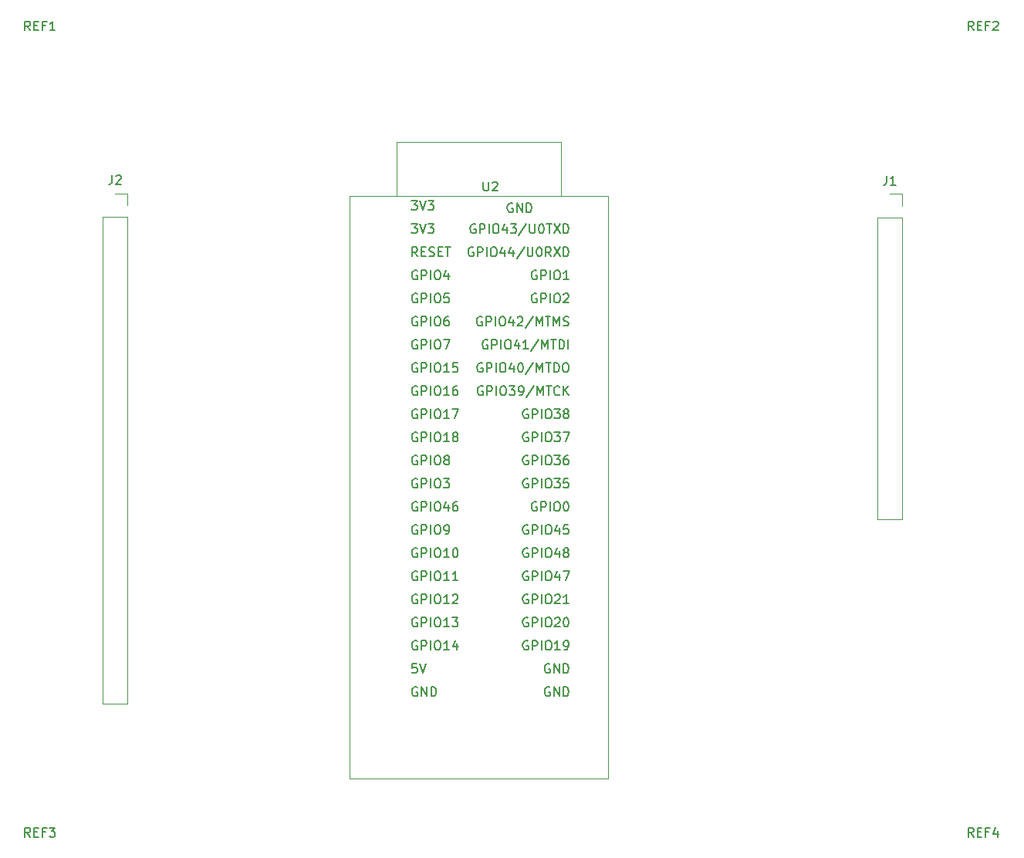
<source format=gbr>
%TF.GenerationSoftware,KiCad,Pcbnew,8.0.5*%
%TF.CreationDate,2024-10-15T07:07:36-03:00*%
%TF.ProjectId,GRANAPCBESP32S3V1,4752414e-4150-4434-9245-535033325333,rev?*%
%TF.SameCoordinates,Original*%
%TF.FileFunction,Legend,Top*%
%TF.FilePolarity,Positive*%
%FSLAX46Y46*%
G04 Gerber Fmt 4.6, Leading zero omitted, Abs format (unit mm)*
G04 Created by KiCad (PCBNEW 8.0.5) date 2024-10-15 07:07:36*
%MOMM*%
%LPD*%
G01*
G04 APERTURE LIST*
%ADD10C,0.150000*%
%ADD11C,0.120000*%
G04 APERTURE END LIST*
D10*
X103452380Y-126954819D02*
X103119047Y-126478628D01*
X102880952Y-126954819D02*
X102880952Y-125954819D01*
X102880952Y-125954819D02*
X103261904Y-125954819D01*
X103261904Y-125954819D02*
X103357142Y-126002438D01*
X103357142Y-126002438D02*
X103404761Y-126050057D01*
X103404761Y-126050057D02*
X103452380Y-126145295D01*
X103452380Y-126145295D02*
X103452380Y-126288152D01*
X103452380Y-126288152D02*
X103404761Y-126383390D01*
X103404761Y-126383390D02*
X103357142Y-126431009D01*
X103357142Y-126431009D02*
X103261904Y-126478628D01*
X103261904Y-126478628D02*
X102880952Y-126478628D01*
X103880952Y-126431009D02*
X104214285Y-126431009D01*
X104357142Y-126954819D02*
X103880952Y-126954819D01*
X103880952Y-126954819D02*
X103880952Y-125954819D01*
X103880952Y-125954819D02*
X104357142Y-125954819D01*
X105119047Y-126431009D02*
X104785714Y-126431009D01*
X104785714Y-126954819D02*
X104785714Y-125954819D01*
X104785714Y-125954819D02*
X105261904Y-125954819D01*
X105547619Y-125954819D02*
X106166666Y-125954819D01*
X106166666Y-125954819D02*
X105833333Y-126335771D01*
X105833333Y-126335771D02*
X105976190Y-126335771D01*
X105976190Y-126335771D02*
X106071428Y-126383390D01*
X106071428Y-126383390D02*
X106119047Y-126431009D01*
X106119047Y-126431009D02*
X106166666Y-126526247D01*
X106166666Y-126526247D02*
X106166666Y-126764342D01*
X106166666Y-126764342D02*
X106119047Y-126859580D01*
X106119047Y-126859580D02*
X106071428Y-126907200D01*
X106071428Y-126907200D02*
X105976190Y-126954819D01*
X105976190Y-126954819D02*
X105690476Y-126954819D01*
X105690476Y-126954819D02*
X105595238Y-126907200D01*
X105595238Y-126907200D02*
X105547619Y-126859580D01*
X197416666Y-54414819D02*
X197416666Y-55129104D01*
X197416666Y-55129104D02*
X197369047Y-55271961D01*
X197369047Y-55271961D02*
X197273809Y-55367200D01*
X197273809Y-55367200D02*
X197130952Y-55414819D01*
X197130952Y-55414819D02*
X197035714Y-55414819D01*
X198416666Y-55414819D02*
X197845238Y-55414819D01*
X198130952Y-55414819D02*
X198130952Y-54414819D01*
X198130952Y-54414819D02*
X198035714Y-54557676D01*
X198035714Y-54557676D02*
X197940476Y-54652914D01*
X197940476Y-54652914D02*
X197845238Y-54700533D01*
X103452380Y-38454819D02*
X103119047Y-37978628D01*
X102880952Y-38454819D02*
X102880952Y-37454819D01*
X102880952Y-37454819D02*
X103261904Y-37454819D01*
X103261904Y-37454819D02*
X103357142Y-37502438D01*
X103357142Y-37502438D02*
X103404761Y-37550057D01*
X103404761Y-37550057D02*
X103452380Y-37645295D01*
X103452380Y-37645295D02*
X103452380Y-37788152D01*
X103452380Y-37788152D02*
X103404761Y-37883390D01*
X103404761Y-37883390D02*
X103357142Y-37931009D01*
X103357142Y-37931009D02*
X103261904Y-37978628D01*
X103261904Y-37978628D02*
X102880952Y-37978628D01*
X103880952Y-37931009D02*
X104214285Y-37931009D01*
X104357142Y-38454819D02*
X103880952Y-38454819D01*
X103880952Y-38454819D02*
X103880952Y-37454819D01*
X103880952Y-37454819D02*
X104357142Y-37454819D01*
X105119047Y-37931009D02*
X104785714Y-37931009D01*
X104785714Y-38454819D02*
X104785714Y-37454819D01*
X104785714Y-37454819D02*
X105261904Y-37454819D01*
X106166666Y-38454819D02*
X105595238Y-38454819D01*
X105880952Y-38454819D02*
X105880952Y-37454819D01*
X105880952Y-37454819D02*
X105785714Y-37597676D01*
X105785714Y-37597676D02*
X105690476Y-37692914D01*
X105690476Y-37692914D02*
X105595238Y-37740533D01*
X153168095Y-55074819D02*
X153168095Y-55884342D01*
X153168095Y-55884342D02*
X153215714Y-55979580D01*
X153215714Y-55979580D02*
X153263333Y-56027200D01*
X153263333Y-56027200D02*
X153358571Y-56074819D01*
X153358571Y-56074819D02*
X153549047Y-56074819D01*
X153549047Y-56074819D02*
X153644285Y-56027200D01*
X153644285Y-56027200D02*
X153691904Y-55979580D01*
X153691904Y-55979580D02*
X153739523Y-55884342D01*
X153739523Y-55884342D02*
X153739523Y-55074819D01*
X154168095Y-55170057D02*
X154215714Y-55122438D01*
X154215714Y-55122438D02*
X154310952Y-55074819D01*
X154310952Y-55074819D02*
X154549047Y-55074819D01*
X154549047Y-55074819D02*
X154644285Y-55122438D01*
X154644285Y-55122438D02*
X154691904Y-55170057D01*
X154691904Y-55170057D02*
X154739523Y-55265295D01*
X154739523Y-55265295D02*
X154739523Y-55360533D01*
X154739523Y-55360533D02*
X154691904Y-55503390D01*
X154691904Y-55503390D02*
X154120476Y-56074819D01*
X154120476Y-56074819D02*
X154739523Y-56074819D01*
X159007030Y-64842438D02*
X158911792Y-64794819D01*
X158911792Y-64794819D02*
X158768935Y-64794819D01*
X158768935Y-64794819D02*
X158626078Y-64842438D01*
X158626078Y-64842438D02*
X158530840Y-64937676D01*
X158530840Y-64937676D02*
X158483221Y-65032914D01*
X158483221Y-65032914D02*
X158435602Y-65223390D01*
X158435602Y-65223390D02*
X158435602Y-65366247D01*
X158435602Y-65366247D02*
X158483221Y-65556723D01*
X158483221Y-65556723D02*
X158530840Y-65651961D01*
X158530840Y-65651961D02*
X158626078Y-65747200D01*
X158626078Y-65747200D02*
X158768935Y-65794819D01*
X158768935Y-65794819D02*
X158864173Y-65794819D01*
X158864173Y-65794819D02*
X159007030Y-65747200D01*
X159007030Y-65747200D02*
X159054649Y-65699580D01*
X159054649Y-65699580D02*
X159054649Y-65366247D01*
X159054649Y-65366247D02*
X158864173Y-65366247D01*
X159483221Y-65794819D02*
X159483221Y-64794819D01*
X159483221Y-64794819D02*
X159864173Y-64794819D01*
X159864173Y-64794819D02*
X159959411Y-64842438D01*
X159959411Y-64842438D02*
X160007030Y-64890057D01*
X160007030Y-64890057D02*
X160054649Y-64985295D01*
X160054649Y-64985295D02*
X160054649Y-65128152D01*
X160054649Y-65128152D02*
X160007030Y-65223390D01*
X160007030Y-65223390D02*
X159959411Y-65271009D01*
X159959411Y-65271009D02*
X159864173Y-65318628D01*
X159864173Y-65318628D02*
X159483221Y-65318628D01*
X160483221Y-65794819D02*
X160483221Y-64794819D01*
X161149887Y-64794819D02*
X161340363Y-64794819D01*
X161340363Y-64794819D02*
X161435601Y-64842438D01*
X161435601Y-64842438D02*
X161530839Y-64937676D01*
X161530839Y-64937676D02*
X161578458Y-65128152D01*
X161578458Y-65128152D02*
X161578458Y-65461485D01*
X161578458Y-65461485D02*
X161530839Y-65651961D01*
X161530839Y-65651961D02*
X161435601Y-65747200D01*
X161435601Y-65747200D02*
X161340363Y-65794819D01*
X161340363Y-65794819D02*
X161149887Y-65794819D01*
X161149887Y-65794819D02*
X161054649Y-65747200D01*
X161054649Y-65747200D02*
X160959411Y-65651961D01*
X160959411Y-65651961D02*
X160911792Y-65461485D01*
X160911792Y-65461485D02*
X160911792Y-65128152D01*
X160911792Y-65128152D02*
X160959411Y-64937676D01*
X160959411Y-64937676D02*
X161054649Y-64842438D01*
X161054649Y-64842438D02*
X161149887Y-64794819D01*
X162530839Y-65794819D02*
X161959411Y-65794819D01*
X162245125Y-65794819D02*
X162245125Y-64794819D01*
X162245125Y-64794819D02*
X162149887Y-64937676D01*
X162149887Y-64937676D02*
X162054649Y-65032914D01*
X162054649Y-65032914D02*
X161959411Y-65080533D01*
X145900588Y-90242438D02*
X145805350Y-90194819D01*
X145805350Y-90194819D02*
X145662493Y-90194819D01*
X145662493Y-90194819D02*
X145519636Y-90242438D01*
X145519636Y-90242438D02*
X145424398Y-90337676D01*
X145424398Y-90337676D02*
X145376779Y-90432914D01*
X145376779Y-90432914D02*
X145329160Y-90623390D01*
X145329160Y-90623390D02*
X145329160Y-90766247D01*
X145329160Y-90766247D02*
X145376779Y-90956723D01*
X145376779Y-90956723D02*
X145424398Y-91051961D01*
X145424398Y-91051961D02*
X145519636Y-91147200D01*
X145519636Y-91147200D02*
X145662493Y-91194819D01*
X145662493Y-91194819D02*
X145757731Y-91194819D01*
X145757731Y-91194819D02*
X145900588Y-91147200D01*
X145900588Y-91147200D02*
X145948207Y-91099580D01*
X145948207Y-91099580D02*
X145948207Y-90766247D01*
X145948207Y-90766247D02*
X145757731Y-90766247D01*
X146376779Y-91194819D02*
X146376779Y-90194819D01*
X146376779Y-90194819D02*
X146757731Y-90194819D01*
X146757731Y-90194819D02*
X146852969Y-90242438D01*
X146852969Y-90242438D02*
X146900588Y-90290057D01*
X146900588Y-90290057D02*
X146948207Y-90385295D01*
X146948207Y-90385295D02*
X146948207Y-90528152D01*
X146948207Y-90528152D02*
X146900588Y-90623390D01*
X146900588Y-90623390D02*
X146852969Y-90671009D01*
X146852969Y-90671009D02*
X146757731Y-90718628D01*
X146757731Y-90718628D02*
X146376779Y-90718628D01*
X147376779Y-91194819D02*
X147376779Y-90194819D01*
X148043445Y-90194819D02*
X148233921Y-90194819D01*
X148233921Y-90194819D02*
X148329159Y-90242438D01*
X148329159Y-90242438D02*
X148424397Y-90337676D01*
X148424397Y-90337676D02*
X148472016Y-90528152D01*
X148472016Y-90528152D02*
X148472016Y-90861485D01*
X148472016Y-90861485D02*
X148424397Y-91051961D01*
X148424397Y-91051961D02*
X148329159Y-91147200D01*
X148329159Y-91147200D02*
X148233921Y-91194819D01*
X148233921Y-91194819D02*
X148043445Y-91194819D01*
X148043445Y-91194819D02*
X147948207Y-91147200D01*
X147948207Y-91147200D02*
X147852969Y-91051961D01*
X147852969Y-91051961D02*
X147805350Y-90861485D01*
X147805350Y-90861485D02*
X147805350Y-90528152D01*
X147805350Y-90528152D02*
X147852969Y-90337676D01*
X147852969Y-90337676D02*
X147948207Y-90242438D01*
X147948207Y-90242438D02*
X148043445Y-90194819D01*
X149329159Y-90528152D02*
X149329159Y-91194819D01*
X149091064Y-90147200D02*
X148852969Y-90861485D01*
X148852969Y-90861485D02*
X149472016Y-90861485D01*
X150281540Y-90194819D02*
X150091064Y-90194819D01*
X150091064Y-90194819D02*
X149995826Y-90242438D01*
X149995826Y-90242438D02*
X149948207Y-90290057D01*
X149948207Y-90290057D02*
X149852969Y-90432914D01*
X149852969Y-90432914D02*
X149805350Y-90623390D01*
X149805350Y-90623390D02*
X149805350Y-91004342D01*
X149805350Y-91004342D02*
X149852969Y-91099580D01*
X149852969Y-91099580D02*
X149900588Y-91147200D01*
X149900588Y-91147200D02*
X149995826Y-91194819D01*
X149995826Y-91194819D02*
X150186302Y-91194819D01*
X150186302Y-91194819D02*
X150281540Y-91147200D01*
X150281540Y-91147200D02*
X150329159Y-91099580D01*
X150329159Y-91099580D02*
X150376778Y-91004342D01*
X150376778Y-91004342D02*
X150376778Y-90766247D01*
X150376778Y-90766247D02*
X150329159Y-90671009D01*
X150329159Y-90671009D02*
X150281540Y-90623390D01*
X150281540Y-90623390D02*
X150186302Y-90575771D01*
X150186302Y-90575771D02*
X149995826Y-90575771D01*
X149995826Y-90575771D02*
X149900588Y-90623390D01*
X149900588Y-90623390D02*
X149852969Y-90671009D01*
X149852969Y-90671009D02*
X149805350Y-90766247D01*
X145900588Y-72462438D02*
X145805350Y-72414819D01*
X145805350Y-72414819D02*
X145662493Y-72414819D01*
X145662493Y-72414819D02*
X145519636Y-72462438D01*
X145519636Y-72462438D02*
X145424398Y-72557676D01*
X145424398Y-72557676D02*
X145376779Y-72652914D01*
X145376779Y-72652914D02*
X145329160Y-72843390D01*
X145329160Y-72843390D02*
X145329160Y-72986247D01*
X145329160Y-72986247D02*
X145376779Y-73176723D01*
X145376779Y-73176723D02*
X145424398Y-73271961D01*
X145424398Y-73271961D02*
X145519636Y-73367200D01*
X145519636Y-73367200D02*
X145662493Y-73414819D01*
X145662493Y-73414819D02*
X145757731Y-73414819D01*
X145757731Y-73414819D02*
X145900588Y-73367200D01*
X145900588Y-73367200D02*
X145948207Y-73319580D01*
X145948207Y-73319580D02*
X145948207Y-72986247D01*
X145948207Y-72986247D02*
X145757731Y-72986247D01*
X146376779Y-73414819D02*
X146376779Y-72414819D01*
X146376779Y-72414819D02*
X146757731Y-72414819D01*
X146757731Y-72414819D02*
X146852969Y-72462438D01*
X146852969Y-72462438D02*
X146900588Y-72510057D01*
X146900588Y-72510057D02*
X146948207Y-72605295D01*
X146948207Y-72605295D02*
X146948207Y-72748152D01*
X146948207Y-72748152D02*
X146900588Y-72843390D01*
X146900588Y-72843390D02*
X146852969Y-72891009D01*
X146852969Y-72891009D02*
X146757731Y-72938628D01*
X146757731Y-72938628D02*
X146376779Y-72938628D01*
X147376779Y-73414819D02*
X147376779Y-72414819D01*
X148043445Y-72414819D02*
X148233921Y-72414819D01*
X148233921Y-72414819D02*
X148329159Y-72462438D01*
X148329159Y-72462438D02*
X148424397Y-72557676D01*
X148424397Y-72557676D02*
X148472016Y-72748152D01*
X148472016Y-72748152D02*
X148472016Y-73081485D01*
X148472016Y-73081485D02*
X148424397Y-73271961D01*
X148424397Y-73271961D02*
X148329159Y-73367200D01*
X148329159Y-73367200D02*
X148233921Y-73414819D01*
X148233921Y-73414819D02*
X148043445Y-73414819D01*
X148043445Y-73414819D02*
X147948207Y-73367200D01*
X147948207Y-73367200D02*
X147852969Y-73271961D01*
X147852969Y-73271961D02*
X147805350Y-73081485D01*
X147805350Y-73081485D02*
X147805350Y-72748152D01*
X147805350Y-72748152D02*
X147852969Y-72557676D01*
X147852969Y-72557676D02*
X147948207Y-72462438D01*
X147948207Y-72462438D02*
X148043445Y-72414819D01*
X148805350Y-72414819D02*
X149472016Y-72414819D01*
X149472016Y-72414819D02*
X149043445Y-73414819D01*
X152054649Y-62302438D02*
X151959411Y-62254819D01*
X151959411Y-62254819D02*
X151816554Y-62254819D01*
X151816554Y-62254819D02*
X151673697Y-62302438D01*
X151673697Y-62302438D02*
X151578459Y-62397676D01*
X151578459Y-62397676D02*
X151530840Y-62492914D01*
X151530840Y-62492914D02*
X151483221Y-62683390D01*
X151483221Y-62683390D02*
X151483221Y-62826247D01*
X151483221Y-62826247D02*
X151530840Y-63016723D01*
X151530840Y-63016723D02*
X151578459Y-63111961D01*
X151578459Y-63111961D02*
X151673697Y-63207200D01*
X151673697Y-63207200D02*
X151816554Y-63254819D01*
X151816554Y-63254819D02*
X151911792Y-63254819D01*
X151911792Y-63254819D02*
X152054649Y-63207200D01*
X152054649Y-63207200D02*
X152102268Y-63159580D01*
X152102268Y-63159580D02*
X152102268Y-62826247D01*
X152102268Y-62826247D02*
X151911792Y-62826247D01*
X152530840Y-63254819D02*
X152530840Y-62254819D01*
X152530840Y-62254819D02*
X152911792Y-62254819D01*
X152911792Y-62254819D02*
X153007030Y-62302438D01*
X153007030Y-62302438D02*
X153054649Y-62350057D01*
X153054649Y-62350057D02*
X153102268Y-62445295D01*
X153102268Y-62445295D02*
X153102268Y-62588152D01*
X153102268Y-62588152D02*
X153054649Y-62683390D01*
X153054649Y-62683390D02*
X153007030Y-62731009D01*
X153007030Y-62731009D02*
X152911792Y-62778628D01*
X152911792Y-62778628D02*
X152530840Y-62778628D01*
X153530840Y-63254819D02*
X153530840Y-62254819D01*
X154197506Y-62254819D02*
X154387982Y-62254819D01*
X154387982Y-62254819D02*
X154483220Y-62302438D01*
X154483220Y-62302438D02*
X154578458Y-62397676D01*
X154578458Y-62397676D02*
X154626077Y-62588152D01*
X154626077Y-62588152D02*
X154626077Y-62921485D01*
X154626077Y-62921485D02*
X154578458Y-63111961D01*
X154578458Y-63111961D02*
X154483220Y-63207200D01*
X154483220Y-63207200D02*
X154387982Y-63254819D01*
X154387982Y-63254819D02*
X154197506Y-63254819D01*
X154197506Y-63254819D02*
X154102268Y-63207200D01*
X154102268Y-63207200D02*
X154007030Y-63111961D01*
X154007030Y-63111961D02*
X153959411Y-62921485D01*
X153959411Y-62921485D02*
X153959411Y-62588152D01*
X153959411Y-62588152D02*
X154007030Y-62397676D01*
X154007030Y-62397676D02*
X154102268Y-62302438D01*
X154102268Y-62302438D02*
X154197506Y-62254819D01*
X155483220Y-62588152D02*
X155483220Y-63254819D01*
X155245125Y-62207200D02*
X155007030Y-62921485D01*
X155007030Y-62921485D02*
X155626077Y-62921485D01*
X156435601Y-62588152D02*
X156435601Y-63254819D01*
X156197506Y-62207200D02*
X155959411Y-62921485D01*
X155959411Y-62921485D02*
X156578458Y-62921485D01*
X157673696Y-62207200D02*
X156816554Y-63492914D01*
X158007030Y-62254819D02*
X158007030Y-63064342D01*
X158007030Y-63064342D02*
X158054649Y-63159580D01*
X158054649Y-63159580D02*
X158102268Y-63207200D01*
X158102268Y-63207200D02*
X158197506Y-63254819D01*
X158197506Y-63254819D02*
X158387982Y-63254819D01*
X158387982Y-63254819D02*
X158483220Y-63207200D01*
X158483220Y-63207200D02*
X158530839Y-63159580D01*
X158530839Y-63159580D02*
X158578458Y-63064342D01*
X158578458Y-63064342D02*
X158578458Y-62254819D01*
X159245125Y-62254819D02*
X159340363Y-62254819D01*
X159340363Y-62254819D02*
X159435601Y-62302438D01*
X159435601Y-62302438D02*
X159483220Y-62350057D01*
X159483220Y-62350057D02*
X159530839Y-62445295D01*
X159530839Y-62445295D02*
X159578458Y-62635771D01*
X159578458Y-62635771D02*
X159578458Y-62873866D01*
X159578458Y-62873866D02*
X159530839Y-63064342D01*
X159530839Y-63064342D02*
X159483220Y-63159580D01*
X159483220Y-63159580D02*
X159435601Y-63207200D01*
X159435601Y-63207200D02*
X159340363Y-63254819D01*
X159340363Y-63254819D02*
X159245125Y-63254819D01*
X159245125Y-63254819D02*
X159149887Y-63207200D01*
X159149887Y-63207200D02*
X159102268Y-63159580D01*
X159102268Y-63159580D02*
X159054649Y-63064342D01*
X159054649Y-63064342D02*
X159007030Y-62873866D01*
X159007030Y-62873866D02*
X159007030Y-62635771D01*
X159007030Y-62635771D02*
X159054649Y-62445295D01*
X159054649Y-62445295D02*
X159102268Y-62350057D01*
X159102268Y-62350057D02*
X159149887Y-62302438D01*
X159149887Y-62302438D02*
X159245125Y-62254819D01*
X160578458Y-63254819D02*
X160245125Y-62778628D01*
X160007030Y-63254819D02*
X160007030Y-62254819D01*
X160007030Y-62254819D02*
X160387982Y-62254819D01*
X160387982Y-62254819D02*
X160483220Y-62302438D01*
X160483220Y-62302438D02*
X160530839Y-62350057D01*
X160530839Y-62350057D02*
X160578458Y-62445295D01*
X160578458Y-62445295D02*
X160578458Y-62588152D01*
X160578458Y-62588152D02*
X160530839Y-62683390D01*
X160530839Y-62683390D02*
X160483220Y-62731009D01*
X160483220Y-62731009D02*
X160387982Y-62778628D01*
X160387982Y-62778628D02*
X160007030Y-62778628D01*
X160911792Y-62254819D02*
X161578458Y-63254819D01*
X161578458Y-62254819D02*
X160911792Y-63254819D01*
X161959411Y-63254819D02*
X161959411Y-62254819D01*
X161959411Y-62254819D02*
X162197506Y-62254819D01*
X162197506Y-62254819D02*
X162340363Y-62302438D01*
X162340363Y-62302438D02*
X162435601Y-62397676D01*
X162435601Y-62397676D02*
X162483220Y-62492914D01*
X162483220Y-62492914D02*
X162530839Y-62683390D01*
X162530839Y-62683390D02*
X162530839Y-62826247D01*
X162530839Y-62826247D02*
X162483220Y-63016723D01*
X162483220Y-63016723D02*
X162435601Y-63111961D01*
X162435601Y-63111961D02*
X162340363Y-63207200D01*
X162340363Y-63207200D02*
X162197506Y-63254819D01*
X162197506Y-63254819D02*
X161959411Y-63254819D01*
X153102268Y-77542438D02*
X153007030Y-77494819D01*
X153007030Y-77494819D02*
X152864173Y-77494819D01*
X152864173Y-77494819D02*
X152721316Y-77542438D01*
X152721316Y-77542438D02*
X152626078Y-77637676D01*
X152626078Y-77637676D02*
X152578459Y-77732914D01*
X152578459Y-77732914D02*
X152530840Y-77923390D01*
X152530840Y-77923390D02*
X152530840Y-78066247D01*
X152530840Y-78066247D02*
X152578459Y-78256723D01*
X152578459Y-78256723D02*
X152626078Y-78351961D01*
X152626078Y-78351961D02*
X152721316Y-78447200D01*
X152721316Y-78447200D02*
X152864173Y-78494819D01*
X152864173Y-78494819D02*
X152959411Y-78494819D01*
X152959411Y-78494819D02*
X153102268Y-78447200D01*
X153102268Y-78447200D02*
X153149887Y-78399580D01*
X153149887Y-78399580D02*
X153149887Y-78066247D01*
X153149887Y-78066247D02*
X152959411Y-78066247D01*
X153578459Y-78494819D02*
X153578459Y-77494819D01*
X153578459Y-77494819D02*
X153959411Y-77494819D01*
X153959411Y-77494819D02*
X154054649Y-77542438D01*
X154054649Y-77542438D02*
X154102268Y-77590057D01*
X154102268Y-77590057D02*
X154149887Y-77685295D01*
X154149887Y-77685295D02*
X154149887Y-77828152D01*
X154149887Y-77828152D02*
X154102268Y-77923390D01*
X154102268Y-77923390D02*
X154054649Y-77971009D01*
X154054649Y-77971009D02*
X153959411Y-78018628D01*
X153959411Y-78018628D02*
X153578459Y-78018628D01*
X154578459Y-78494819D02*
X154578459Y-77494819D01*
X155245125Y-77494819D02*
X155435601Y-77494819D01*
X155435601Y-77494819D02*
X155530839Y-77542438D01*
X155530839Y-77542438D02*
X155626077Y-77637676D01*
X155626077Y-77637676D02*
X155673696Y-77828152D01*
X155673696Y-77828152D02*
X155673696Y-78161485D01*
X155673696Y-78161485D02*
X155626077Y-78351961D01*
X155626077Y-78351961D02*
X155530839Y-78447200D01*
X155530839Y-78447200D02*
X155435601Y-78494819D01*
X155435601Y-78494819D02*
X155245125Y-78494819D01*
X155245125Y-78494819D02*
X155149887Y-78447200D01*
X155149887Y-78447200D02*
X155054649Y-78351961D01*
X155054649Y-78351961D02*
X155007030Y-78161485D01*
X155007030Y-78161485D02*
X155007030Y-77828152D01*
X155007030Y-77828152D02*
X155054649Y-77637676D01*
X155054649Y-77637676D02*
X155149887Y-77542438D01*
X155149887Y-77542438D02*
X155245125Y-77494819D01*
X156007030Y-77494819D02*
X156626077Y-77494819D01*
X156626077Y-77494819D02*
X156292744Y-77875771D01*
X156292744Y-77875771D02*
X156435601Y-77875771D01*
X156435601Y-77875771D02*
X156530839Y-77923390D01*
X156530839Y-77923390D02*
X156578458Y-77971009D01*
X156578458Y-77971009D02*
X156626077Y-78066247D01*
X156626077Y-78066247D02*
X156626077Y-78304342D01*
X156626077Y-78304342D02*
X156578458Y-78399580D01*
X156578458Y-78399580D02*
X156530839Y-78447200D01*
X156530839Y-78447200D02*
X156435601Y-78494819D01*
X156435601Y-78494819D02*
X156149887Y-78494819D01*
X156149887Y-78494819D02*
X156054649Y-78447200D01*
X156054649Y-78447200D02*
X156007030Y-78399580D01*
X157102268Y-78494819D02*
X157292744Y-78494819D01*
X157292744Y-78494819D02*
X157387982Y-78447200D01*
X157387982Y-78447200D02*
X157435601Y-78399580D01*
X157435601Y-78399580D02*
X157530839Y-78256723D01*
X157530839Y-78256723D02*
X157578458Y-78066247D01*
X157578458Y-78066247D02*
X157578458Y-77685295D01*
X157578458Y-77685295D02*
X157530839Y-77590057D01*
X157530839Y-77590057D02*
X157483220Y-77542438D01*
X157483220Y-77542438D02*
X157387982Y-77494819D01*
X157387982Y-77494819D02*
X157197506Y-77494819D01*
X157197506Y-77494819D02*
X157102268Y-77542438D01*
X157102268Y-77542438D02*
X157054649Y-77590057D01*
X157054649Y-77590057D02*
X157007030Y-77685295D01*
X157007030Y-77685295D02*
X157007030Y-77923390D01*
X157007030Y-77923390D02*
X157054649Y-78018628D01*
X157054649Y-78018628D02*
X157102268Y-78066247D01*
X157102268Y-78066247D02*
X157197506Y-78113866D01*
X157197506Y-78113866D02*
X157387982Y-78113866D01*
X157387982Y-78113866D02*
X157483220Y-78066247D01*
X157483220Y-78066247D02*
X157530839Y-78018628D01*
X157530839Y-78018628D02*
X157578458Y-77923390D01*
X158721315Y-77447200D02*
X157864173Y-78732914D01*
X159054649Y-78494819D02*
X159054649Y-77494819D01*
X159054649Y-77494819D02*
X159387982Y-78209104D01*
X159387982Y-78209104D02*
X159721315Y-77494819D01*
X159721315Y-77494819D02*
X159721315Y-78494819D01*
X160054649Y-77494819D02*
X160626077Y-77494819D01*
X160340363Y-78494819D02*
X160340363Y-77494819D01*
X161530839Y-78399580D02*
X161483220Y-78447200D01*
X161483220Y-78447200D02*
X161340363Y-78494819D01*
X161340363Y-78494819D02*
X161245125Y-78494819D01*
X161245125Y-78494819D02*
X161102268Y-78447200D01*
X161102268Y-78447200D02*
X161007030Y-78351961D01*
X161007030Y-78351961D02*
X160959411Y-78256723D01*
X160959411Y-78256723D02*
X160911792Y-78066247D01*
X160911792Y-78066247D02*
X160911792Y-77923390D01*
X160911792Y-77923390D02*
X160959411Y-77732914D01*
X160959411Y-77732914D02*
X161007030Y-77637676D01*
X161007030Y-77637676D02*
X161102268Y-77542438D01*
X161102268Y-77542438D02*
X161245125Y-77494819D01*
X161245125Y-77494819D02*
X161340363Y-77494819D01*
X161340363Y-77494819D02*
X161483220Y-77542438D01*
X161483220Y-77542438D02*
X161530839Y-77590057D01*
X161959411Y-78494819D02*
X161959411Y-77494819D01*
X162530839Y-78494819D02*
X162102268Y-77923390D01*
X162530839Y-77494819D02*
X161959411Y-78066247D01*
X145900588Y-77542438D02*
X145805350Y-77494819D01*
X145805350Y-77494819D02*
X145662493Y-77494819D01*
X145662493Y-77494819D02*
X145519636Y-77542438D01*
X145519636Y-77542438D02*
X145424398Y-77637676D01*
X145424398Y-77637676D02*
X145376779Y-77732914D01*
X145376779Y-77732914D02*
X145329160Y-77923390D01*
X145329160Y-77923390D02*
X145329160Y-78066247D01*
X145329160Y-78066247D02*
X145376779Y-78256723D01*
X145376779Y-78256723D02*
X145424398Y-78351961D01*
X145424398Y-78351961D02*
X145519636Y-78447200D01*
X145519636Y-78447200D02*
X145662493Y-78494819D01*
X145662493Y-78494819D02*
X145757731Y-78494819D01*
X145757731Y-78494819D02*
X145900588Y-78447200D01*
X145900588Y-78447200D02*
X145948207Y-78399580D01*
X145948207Y-78399580D02*
X145948207Y-78066247D01*
X145948207Y-78066247D02*
X145757731Y-78066247D01*
X146376779Y-78494819D02*
X146376779Y-77494819D01*
X146376779Y-77494819D02*
X146757731Y-77494819D01*
X146757731Y-77494819D02*
X146852969Y-77542438D01*
X146852969Y-77542438D02*
X146900588Y-77590057D01*
X146900588Y-77590057D02*
X146948207Y-77685295D01*
X146948207Y-77685295D02*
X146948207Y-77828152D01*
X146948207Y-77828152D02*
X146900588Y-77923390D01*
X146900588Y-77923390D02*
X146852969Y-77971009D01*
X146852969Y-77971009D02*
X146757731Y-78018628D01*
X146757731Y-78018628D02*
X146376779Y-78018628D01*
X147376779Y-78494819D02*
X147376779Y-77494819D01*
X148043445Y-77494819D02*
X148233921Y-77494819D01*
X148233921Y-77494819D02*
X148329159Y-77542438D01*
X148329159Y-77542438D02*
X148424397Y-77637676D01*
X148424397Y-77637676D02*
X148472016Y-77828152D01*
X148472016Y-77828152D02*
X148472016Y-78161485D01*
X148472016Y-78161485D02*
X148424397Y-78351961D01*
X148424397Y-78351961D02*
X148329159Y-78447200D01*
X148329159Y-78447200D02*
X148233921Y-78494819D01*
X148233921Y-78494819D02*
X148043445Y-78494819D01*
X148043445Y-78494819D02*
X147948207Y-78447200D01*
X147948207Y-78447200D02*
X147852969Y-78351961D01*
X147852969Y-78351961D02*
X147805350Y-78161485D01*
X147805350Y-78161485D02*
X147805350Y-77828152D01*
X147805350Y-77828152D02*
X147852969Y-77637676D01*
X147852969Y-77637676D02*
X147948207Y-77542438D01*
X147948207Y-77542438D02*
X148043445Y-77494819D01*
X149424397Y-78494819D02*
X148852969Y-78494819D01*
X149138683Y-78494819D02*
X149138683Y-77494819D01*
X149138683Y-77494819D02*
X149043445Y-77637676D01*
X149043445Y-77637676D02*
X148948207Y-77732914D01*
X148948207Y-77732914D02*
X148852969Y-77780533D01*
X150281540Y-77494819D02*
X150091064Y-77494819D01*
X150091064Y-77494819D02*
X149995826Y-77542438D01*
X149995826Y-77542438D02*
X149948207Y-77590057D01*
X149948207Y-77590057D02*
X149852969Y-77732914D01*
X149852969Y-77732914D02*
X149805350Y-77923390D01*
X149805350Y-77923390D02*
X149805350Y-78304342D01*
X149805350Y-78304342D02*
X149852969Y-78399580D01*
X149852969Y-78399580D02*
X149900588Y-78447200D01*
X149900588Y-78447200D02*
X149995826Y-78494819D01*
X149995826Y-78494819D02*
X150186302Y-78494819D01*
X150186302Y-78494819D02*
X150281540Y-78447200D01*
X150281540Y-78447200D02*
X150329159Y-78399580D01*
X150329159Y-78399580D02*
X150376778Y-78304342D01*
X150376778Y-78304342D02*
X150376778Y-78066247D01*
X150376778Y-78066247D02*
X150329159Y-77971009D01*
X150329159Y-77971009D02*
X150281540Y-77923390D01*
X150281540Y-77923390D02*
X150186302Y-77875771D01*
X150186302Y-77875771D02*
X149995826Y-77875771D01*
X149995826Y-77875771D02*
X149900588Y-77923390D01*
X149900588Y-77923390D02*
X149852969Y-77971009D01*
X149852969Y-77971009D02*
X149805350Y-78066247D01*
X145900588Y-97862438D02*
X145805350Y-97814819D01*
X145805350Y-97814819D02*
X145662493Y-97814819D01*
X145662493Y-97814819D02*
X145519636Y-97862438D01*
X145519636Y-97862438D02*
X145424398Y-97957676D01*
X145424398Y-97957676D02*
X145376779Y-98052914D01*
X145376779Y-98052914D02*
X145329160Y-98243390D01*
X145329160Y-98243390D02*
X145329160Y-98386247D01*
X145329160Y-98386247D02*
X145376779Y-98576723D01*
X145376779Y-98576723D02*
X145424398Y-98671961D01*
X145424398Y-98671961D02*
X145519636Y-98767200D01*
X145519636Y-98767200D02*
X145662493Y-98814819D01*
X145662493Y-98814819D02*
X145757731Y-98814819D01*
X145757731Y-98814819D02*
X145900588Y-98767200D01*
X145900588Y-98767200D02*
X145948207Y-98719580D01*
X145948207Y-98719580D02*
X145948207Y-98386247D01*
X145948207Y-98386247D02*
X145757731Y-98386247D01*
X146376779Y-98814819D02*
X146376779Y-97814819D01*
X146376779Y-97814819D02*
X146757731Y-97814819D01*
X146757731Y-97814819D02*
X146852969Y-97862438D01*
X146852969Y-97862438D02*
X146900588Y-97910057D01*
X146900588Y-97910057D02*
X146948207Y-98005295D01*
X146948207Y-98005295D02*
X146948207Y-98148152D01*
X146948207Y-98148152D02*
X146900588Y-98243390D01*
X146900588Y-98243390D02*
X146852969Y-98291009D01*
X146852969Y-98291009D02*
X146757731Y-98338628D01*
X146757731Y-98338628D02*
X146376779Y-98338628D01*
X147376779Y-98814819D02*
X147376779Y-97814819D01*
X148043445Y-97814819D02*
X148233921Y-97814819D01*
X148233921Y-97814819D02*
X148329159Y-97862438D01*
X148329159Y-97862438D02*
X148424397Y-97957676D01*
X148424397Y-97957676D02*
X148472016Y-98148152D01*
X148472016Y-98148152D02*
X148472016Y-98481485D01*
X148472016Y-98481485D02*
X148424397Y-98671961D01*
X148424397Y-98671961D02*
X148329159Y-98767200D01*
X148329159Y-98767200D02*
X148233921Y-98814819D01*
X148233921Y-98814819D02*
X148043445Y-98814819D01*
X148043445Y-98814819D02*
X147948207Y-98767200D01*
X147948207Y-98767200D02*
X147852969Y-98671961D01*
X147852969Y-98671961D02*
X147805350Y-98481485D01*
X147805350Y-98481485D02*
X147805350Y-98148152D01*
X147805350Y-98148152D02*
X147852969Y-97957676D01*
X147852969Y-97957676D02*
X147948207Y-97862438D01*
X147948207Y-97862438D02*
X148043445Y-97814819D01*
X149424397Y-98814819D02*
X148852969Y-98814819D01*
X149138683Y-98814819D02*
X149138683Y-97814819D01*
X149138683Y-97814819D02*
X149043445Y-97957676D01*
X149043445Y-97957676D02*
X148948207Y-98052914D01*
X148948207Y-98052914D02*
X148852969Y-98100533D01*
X150376778Y-98814819D02*
X149805350Y-98814819D01*
X150091064Y-98814819D02*
X150091064Y-97814819D01*
X150091064Y-97814819D02*
X149995826Y-97957676D01*
X149995826Y-97957676D02*
X149900588Y-98052914D01*
X149900588Y-98052914D02*
X149805350Y-98100533D01*
X159007030Y-67382438D02*
X158911792Y-67334819D01*
X158911792Y-67334819D02*
X158768935Y-67334819D01*
X158768935Y-67334819D02*
X158626078Y-67382438D01*
X158626078Y-67382438D02*
X158530840Y-67477676D01*
X158530840Y-67477676D02*
X158483221Y-67572914D01*
X158483221Y-67572914D02*
X158435602Y-67763390D01*
X158435602Y-67763390D02*
X158435602Y-67906247D01*
X158435602Y-67906247D02*
X158483221Y-68096723D01*
X158483221Y-68096723D02*
X158530840Y-68191961D01*
X158530840Y-68191961D02*
X158626078Y-68287200D01*
X158626078Y-68287200D02*
X158768935Y-68334819D01*
X158768935Y-68334819D02*
X158864173Y-68334819D01*
X158864173Y-68334819D02*
X159007030Y-68287200D01*
X159007030Y-68287200D02*
X159054649Y-68239580D01*
X159054649Y-68239580D02*
X159054649Y-67906247D01*
X159054649Y-67906247D02*
X158864173Y-67906247D01*
X159483221Y-68334819D02*
X159483221Y-67334819D01*
X159483221Y-67334819D02*
X159864173Y-67334819D01*
X159864173Y-67334819D02*
X159959411Y-67382438D01*
X159959411Y-67382438D02*
X160007030Y-67430057D01*
X160007030Y-67430057D02*
X160054649Y-67525295D01*
X160054649Y-67525295D02*
X160054649Y-67668152D01*
X160054649Y-67668152D02*
X160007030Y-67763390D01*
X160007030Y-67763390D02*
X159959411Y-67811009D01*
X159959411Y-67811009D02*
X159864173Y-67858628D01*
X159864173Y-67858628D02*
X159483221Y-67858628D01*
X160483221Y-68334819D02*
X160483221Y-67334819D01*
X161149887Y-67334819D02*
X161340363Y-67334819D01*
X161340363Y-67334819D02*
X161435601Y-67382438D01*
X161435601Y-67382438D02*
X161530839Y-67477676D01*
X161530839Y-67477676D02*
X161578458Y-67668152D01*
X161578458Y-67668152D02*
X161578458Y-68001485D01*
X161578458Y-68001485D02*
X161530839Y-68191961D01*
X161530839Y-68191961D02*
X161435601Y-68287200D01*
X161435601Y-68287200D02*
X161340363Y-68334819D01*
X161340363Y-68334819D02*
X161149887Y-68334819D01*
X161149887Y-68334819D02*
X161054649Y-68287200D01*
X161054649Y-68287200D02*
X160959411Y-68191961D01*
X160959411Y-68191961D02*
X160911792Y-68001485D01*
X160911792Y-68001485D02*
X160911792Y-67668152D01*
X160911792Y-67668152D02*
X160959411Y-67477676D01*
X160959411Y-67477676D02*
X161054649Y-67382438D01*
X161054649Y-67382438D02*
X161149887Y-67334819D01*
X161959411Y-67430057D02*
X162007030Y-67382438D01*
X162007030Y-67382438D02*
X162102268Y-67334819D01*
X162102268Y-67334819D02*
X162340363Y-67334819D01*
X162340363Y-67334819D02*
X162435601Y-67382438D01*
X162435601Y-67382438D02*
X162483220Y-67430057D01*
X162483220Y-67430057D02*
X162530839Y-67525295D01*
X162530839Y-67525295D02*
X162530839Y-67620533D01*
X162530839Y-67620533D02*
X162483220Y-67763390D01*
X162483220Y-67763390D02*
X161911792Y-68334819D01*
X161911792Y-68334819D02*
X162530839Y-68334819D01*
X145900588Y-87702438D02*
X145805350Y-87654819D01*
X145805350Y-87654819D02*
X145662493Y-87654819D01*
X145662493Y-87654819D02*
X145519636Y-87702438D01*
X145519636Y-87702438D02*
X145424398Y-87797676D01*
X145424398Y-87797676D02*
X145376779Y-87892914D01*
X145376779Y-87892914D02*
X145329160Y-88083390D01*
X145329160Y-88083390D02*
X145329160Y-88226247D01*
X145329160Y-88226247D02*
X145376779Y-88416723D01*
X145376779Y-88416723D02*
X145424398Y-88511961D01*
X145424398Y-88511961D02*
X145519636Y-88607200D01*
X145519636Y-88607200D02*
X145662493Y-88654819D01*
X145662493Y-88654819D02*
X145757731Y-88654819D01*
X145757731Y-88654819D02*
X145900588Y-88607200D01*
X145900588Y-88607200D02*
X145948207Y-88559580D01*
X145948207Y-88559580D02*
X145948207Y-88226247D01*
X145948207Y-88226247D02*
X145757731Y-88226247D01*
X146376779Y-88654819D02*
X146376779Y-87654819D01*
X146376779Y-87654819D02*
X146757731Y-87654819D01*
X146757731Y-87654819D02*
X146852969Y-87702438D01*
X146852969Y-87702438D02*
X146900588Y-87750057D01*
X146900588Y-87750057D02*
X146948207Y-87845295D01*
X146948207Y-87845295D02*
X146948207Y-87988152D01*
X146948207Y-87988152D02*
X146900588Y-88083390D01*
X146900588Y-88083390D02*
X146852969Y-88131009D01*
X146852969Y-88131009D02*
X146757731Y-88178628D01*
X146757731Y-88178628D02*
X146376779Y-88178628D01*
X147376779Y-88654819D02*
X147376779Y-87654819D01*
X148043445Y-87654819D02*
X148233921Y-87654819D01*
X148233921Y-87654819D02*
X148329159Y-87702438D01*
X148329159Y-87702438D02*
X148424397Y-87797676D01*
X148424397Y-87797676D02*
X148472016Y-87988152D01*
X148472016Y-87988152D02*
X148472016Y-88321485D01*
X148472016Y-88321485D02*
X148424397Y-88511961D01*
X148424397Y-88511961D02*
X148329159Y-88607200D01*
X148329159Y-88607200D02*
X148233921Y-88654819D01*
X148233921Y-88654819D02*
X148043445Y-88654819D01*
X148043445Y-88654819D02*
X147948207Y-88607200D01*
X147948207Y-88607200D02*
X147852969Y-88511961D01*
X147852969Y-88511961D02*
X147805350Y-88321485D01*
X147805350Y-88321485D02*
X147805350Y-87988152D01*
X147805350Y-87988152D02*
X147852969Y-87797676D01*
X147852969Y-87797676D02*
X147948207Y-87702438D01*
X147948207Y-87702438D02*
X148043445Y-87654819D01*
X148805350Y-87654819D02*
X149424397Y-87654819D01*
X149424397Y-87654819D02*
X149091064Y-88035771D01*
X149091064Y-88035771D02*
X149233921Y-88035771D01*
X149233921Y-88035771D02*
X149329159Y-88083390D01*
X149329159Y-88083390D02*
X149376778Y-88131009D01*
X149376778Y-88131009D02*
X149424397Y-88226247D01*
X149424397Y-88226247D02*
X149424397Y-88464342D01*
X149424397Y-88464342D02*
X149376778Y-88559580D01*
X149376778Y-88559580D02*
X149329159Y-88607200D01*
X149329159Y-88607200D02*
X149233921Y-88654819D01*
X149233921Y-88654819D02*
X148948207Y-88654819D01*
X148948207Y-88654819D02*
X148852969Y-88607200D01*
X148852969Y-88607200D02*
X148805350Y-88559580D01*
X158054649Y-92782438D02*
X157959411Y-92734819D01*
X157959411Y-92734819D02*
X157816554Y-92734819D01*
X157816554Y-92734819D02*
X157673697Y-92782438D01*
X157673697Y-92782438D02*
X157578459Y-92877676D01*
X157578459Y-92877676D02*
X157530840Y-92972914D01*
X157530840Y-92972914D02*
X157483221Y-93163390D01*
X157483221Y-93163390D02*
X157483221Y-93306247D01*
X157483221Y-93306247D02*
X157530840Y-93496723D01*
X157530840Y-93496723D02*
X157578459Y-93591961D01*
X157578459Y-93591961D02*
X157673697Y-93687200D01*
X157673697Y-93687200D02*
X157816554Y-93734819D01*
X157816554Y-93734819D02*
X157911792Y-93734819D01*
X157911792Y-93734819D02*
X158054649Y-93687200D01*
X158054649Y-93687200D02*
X158102268Y-93639580D01*
X158102268Y-93639580D02*
X158102268Y-93306247D01*
X158102268Y-93306247D02*
X157911792Y-93306247D01*
X158530840Y-93734819D02*
X158530840Y-92734819D01*
X158530840Y-92734819D02*
X158911792Y-92734819D01*
X158911792Y-92734819D02*
X159007030Y-92782438D01*
X159007030Y-92782438D02*
X159054649Y-92830057D01*
X159054649Y-92830057D02*
X159102268Y-92925295D01*
X159102268Y-92925295D02*
X159102268Y-93068152D01*
X159102268Y-93068152D02*
X159054649Y-93163390D01*
X159054649Y-93163390D02*
X159007030Y-93211009D01*
X159007030Y-93211009D02*
X158911792Y-93258628D01*
X158911792Y-93258628D02*
X158530840Y-93258628D01*
X159530840Y-93734819D02*
X159530840Y-92734819D01*
X160197506Y-92734819D02*
X160387982Y-92734819D01*
X160387982Y-92734819D02*
X160483220Y-92782438D01*
X160483220Y-92782438D02*
X160578458Y-92877676D01*
X160578458Y-92877676D02*
X160626077Y-93068152D01*
X160626077Y-93068152D02*
X160626077Y-93401485D01*
X160626077Y-93401485D02*
X160578458Y-93591961D01*
X160578458Y-93591961D02*
X160483220Y-93687200D01*
X160483220Y-93687200D02*
X160387982Y-93734819D01*
X160387982Y-93734819D02*
X160197506Y-93734819D01*
X160197506Y-93734819D02*
X160102268Y-93687200D01*
X160102268Y-93687200D02*
X160007030Y-93591961D01*
X160007030Y-93591961D02*
X159959411Y-93401485D01*
X159959411Y-93401485D02*
X159959411Y-93068152D01*
X159959411Y-93068152D02*
X160007030Y-92877676D01*
X160007030Y-92877676D02*
X160102268Y-92782438D01*
X160102268Y-92782438D02*
X160197506Y-92734819D01*
X161483220Y-93068152D02*
X161483220Y-93734819D01*
X161245125Y-92687200D02*
X161007030Y-93401485D01*
X161007030Y-93401485D02*
X161626077Y-93401485D01*
X162483220Y-92734819D02*
X162007030Y-92734819D01*
X162007030Y-92734819D02*
X161959411Y-93211009D01*
X161959411Y-93211009D02*
X162007030Y-93163390D01*
X162007030Y-93163390D02*
X162102268Y-93115771D01*
X162102268Y-93115771D02*
X162340363Y-93115771D01*
X162340363Y-93115771D02*
X162435601Y-93163390D01*
X162435601Y-93163390D02*
X162483220Y-93211009D01*
X162483220Y-93211009D02*
X162530839Y-93306247D01*
X162530839Y-93306247D02*
X162530839Y-93544342D01*
X162530839Y-93544342D02*
X162483220Y-93639580D01*
X162483220Y-93639580D02*
X162435601Y-93687200D01*
X162435601Y-93687200D02*
X162340363Y-93734819D01*
X162340363Y-93734819D02*
X162102268Y-93734819D01*
X162102268Y-93734819D02*
X162007030Y-93687200D01*
X162007030Y-93687200D02*
X161959411Y-93639580D01*
X158054649Y-87702438D02*
X157959411Y-87654819D01*
X157959411Y-87654819D02*
X157816554Y-87654819D01*
X157816554Y-87654819D02*
X157673697Y-87702438D01*
X157673697Y-87702438D02*
X157578459Y-87797676D01*
X157578459Y-87797676D02*
X157530840Y-87892914D01*
X157530840Y-87892914D02*
X157483221Y-88083390D01*
X157483221Y-88083390D02*
X157483221Y-88226247D01*
X157483221Y-88226247D02*
X157530840Y-88416723D01*
X157530840Y-88416723D02*
X157578459Y-88511961D01*
X157578459Y-88511961D02*
X157673697Y-88607200D01*
X157673697Y-88607200D02*
X157816554Y-88654819D01*
X157816554Y-88654819D02*
X157911792Y-88654819D01*
X157911792Y-88654819D02*
X158054649Y-88607200D01*
X158054649Y-88607200D02*
X158102268Y-88559580D01*
X158102268Y-88559580D02*
X158102268Y-88226247D01*
X158102268Y-88226247D02*
X157911792Y-88226247D01*
X158530840Y-88654819D02*
X158530840Y-87654819D01*
X158530840Y-87654819D02*
X158911792Y-87654819D01*
X158911792Y-87654819D02*
X159007030Y-87702438D01*
X159007030Y-87702438D02*
X159054649Y-87750057D01*
X159054649Y-87750057D02*
X159102268Y-87845295D01*
X159102268Y-87845295D02*
X159102268Y-87988152D01*
X159102268Y-87988152D02*
X159054649Y-88083390D01*
X159054649Y-88083390D02*
X159007030Y-88131009D01*
X159007030Y-88131009D02*
X158911792Y-88178628D01*
X158911792Y-88178628D02*
X158530840Y-88178628D01*
X159530840Y-88654819D02*
X159530840Y-87654819D01*
X160197506Y-87654819D02*
X160387982Y-87654819D01*
X160387982Y-87654819D02*
X160483220Y-87702438D01*
X160483220Y-87702438D02*
X160578458Y-87797676D01*
X160578458Y-87797676D02*
X160626077Y-87988152D01*
X160626077Y-87988152D02*
X160626077Y-88321485D01*
X160626077Y-88321485D02*
X160578458Y-88511961D01*
X160578458Y-88511961D02*
X160483220Y-88607200D01*
X160483220Y-88607200D02*
X160387982Y-88654819D01*
X160387982Y-88654819D02*
X160197506Y-88654819D01*
X160197506Y-88654819D02*
X160102268Y-88607200D01*
X160102268Y-88607200D02*
X160007030Y-88511961D01*
X160007030Y-88511961D02*
X159959411Y-88321485D01*
X159959411Y-88321485D02*
X159959411Y-87988152D01*
X159959411Y-87988152D02*
X160007030Y-87797676D01*
X160007030Y-87797676D02*
X160102268Y-87702438D01*
X160102268Y-87702438D02*
X160197506Y-87654819D01*
X160959411Y-87654819D02*
X161578458Y-87654819D01*
X161578458Y-87654819D02*
X161245125Y-88035771D01*
X161245125Y-88035771D02*
X161387982Y-88035771D01*
X161387982Y-88035771D02*
X161483220Y-88083390D01*
X161483220Y-88083390D02*
X161530839Y-88131009D01*
X161530839Y-88131009D02*
X161578458Y-88226247D01*
X161578458Y-88226247D02*
X161578458Y-88464342D01*
X161578458Y-88464342D02*
X161530839Y-88559580D01*
X161530839Y-88559580D02*
X161483220Y-88607200D01*
X161483220Y-88607200D02*
X161387982Y-88654819D01*
X161387982Y-88654819D02*
X161102268Y-88654819D01*
X161102268Y-88654819D02*
X161007030Y-88607200D01*
X161007030Y-88607200D02*
X160959411Y-88559580D01*
X162483220Y-87654819D02*
X162007030Y-87654819D01*
X162007030Y-87654819D02*
X161959411Y-88131009D01*
X161959411Y-88131009D02*
X162007030Y-88083390D01*
X162007030Y-88083390D02*
X162102268Y-88035771D01*
X162102268Y-88035771D02*
X162340363Y-88035771D01*
X162340363Y-88035771D02*
X162435601Y-88083390D01*
X162435601Y-88083390D02*
X162483220Y-88131009D01*
X162483220Y-88131009D02*
X162530839Y-88226247D01*
X162530839Y-88226247D02*
X162530839Y-88464342D01*
X162530839Y-88464342D02*
X162483220Y-88559580D01*
X162483220Y-88559580D02*
X162435601Y-88607200D01*
X162435601Y-88607200D02*
X162340363Y-88654819D01*
X162340363Y-88654819D02*
X162102268Y-88654819D01*
X162102268Y-88654819D02*
X162007030Y-88607200D01*
X162007030Y-88607200D02*
X161959411Y-88559580D01*
X158054649Y-80082438D02*
X157959411Y-80034819D01*
X157959411Y-80034819D02*
X157816554Y-80034819D01*
X157816554Y-80034819D02*
X157673697Y-80082438D01*
X157673697Y-80082438D02*
X157578459Y-80177676D01*
X157578459Y-80177676D02*
X157530840Y-80272914D01*
X157530840Y-80272914D02*
X157483221Y-80463390D01*
X157483221Y-80463390D02*
X157483221Y-80606247D01*
X157483221Y-80606247D02*
X157530840Y-80796723D01*
X157530840Y-80796723D02*
X157578459Y-80891961D01*
X157578459Y-80891961D02*
X157673697Y-80987200D01*
X157673697Y-80987200D02*
X157816554Y-81034819D01*
X157816554Y-81034819D02*
X157911792Y-81034819D01*
X157911792Y-81034819D02*
X158054649Y-80987200D01*
X158054649Y-80987200D02*
X158102268Y-80939580D01*
X158102268Y-80939580D02*
X158102268Y-80606247D01*
X158102268Y-80606247D02*
X157911792Y-80606247D01*
X158530840Y-81034819D02*
X158530840Y-80034819D01*
X158530840Y-80034819D02*
X158911792Y-80034819D01*
X158911792Y-80034819D02*
X159007030Y-80082438D01*
X159007030Y-80082438D02*
X159054649Y-80130057D01*
X159054649Y-80130057D02*
X159102268Y-80225295D01*
X159102268Y-80225295D02*
X159102268Y-80368152D01*
X159102268Y-80368152D02*
X159054649Y-80463390D01*
X159054649Y-80463390D02*
X159007030Y-80511009D01*
X159007030Y-80511009D02*
X158911792Y-80558628D01*
X158911792Y-80558628D02*
X158530840Y-80558628D01*
X159530840Y-81034819D02*
X159530840Y-80034819D01*
X160197506Y-80034819D02*
X160387982Y-80034819D01*
X160387982Y-80034819D02*
X160483220Y-80082438D01*
X160483220Y-80082438D02*
X160578458Y-80177676D01*
X160578458Y-80177676D02*
X160626077Y-80368152D01*
X160626077Y-80368152D02*
X160626077Y-80701485D01*
X160626077Y-80701485D02*
X160578458Y-80891961D01*
X160578458Y-80891961D02*
X160483220Y-80987200D01*
X160483220Y-80987200D02*
X160387982Y-81034819D01*
X160387982Y-81034819D02*
X160197506Y-81034819D01*
X160197506Y-81034819D02*
X160102268Y-80987200D01*
X160102268Y-80987200D02*
X160007030Y-80891961D01*
X160007030Y-80891961D02*
X159959411Y-80701485D01*
X159959411Y-80701485D02*
X159959411Y-80368152D01*
X159959411Y-80368152D02*
X160007030Y-80177676D01*
X160007030Y-80177676D02*
X160102268Y-80082438D01*
X160102268Y-80082438D02*
X160197506Y-80034819D01*
X160959411Y-80034819D02*
X161578458Y-80034819D01*
X161578458Y-80034819D02*
X161245125Y-80415771D01*
X161245125Y-80415771D02*
X161387982Y-80415771D01*
X161387982Y-80415771D02*
X161483220Y-80463390D01*
X161483220Y-80463390D02*
X161530839Y-80511009D01*
X161530839Y-80511009D02*
X161578458Y-80606247D01*
X161578458Y-80606247D02*
X161578458Y-80844342D01*
X161578458Y-80844342D02*
X161530839Y-80939580D01*
X161530839Y-80939580D02*
X161483220Y-80987200D01*
X161483220Y-80987200D02*
X161387982Y-81034819D01*
X161387982Y-81034819D02*
X161102268Y-81034819D01*
X161102268Y-81034819D02*
X161007030Y-80987200D01*
X161007030Y-80987200D02*
X160959411Y-80939580D01*
X162149887Y-80463390D02*
X162054649Y-80415771D01*
X162054649Y-80415771D02*
X162007030Y-80368152D01*
X162007030Y-80368152D02*
X161959411Y-80272914D01*
X161959411Y-80272914D02*
X161959411Y-80225295D01*
X161959411Y-80225295D02*
X162007030Y-80130057D01*
X162007030Y-80130057D02*
X162054649Y-80082438D01*
X162054649Y-80082438D02*
X162149887Y-80034819D01*
X162149887Y-80034819D02*
X162340363Y-80034819D01*
X162340363Y-80034819D02*
X162435601Y-80082438D01*
X162435601Y-80082438D02*
X162483220Y-80130057D01*
X162483220Y-80130057D02*
X162530839Y-80225295D01*
X162530839Y-80225295D02*
X162530839Y-80272914D01*
X162530839Y-80272914D02*
X162483220Y-80368152D01*
X162483220Y-80368152D02*
X162435601Y-80415771D01*
X162435601Y-80415771D02*
X162340363Y-80463390D01*
X162340363Y-80463390D02*
X162149887Y-80463390D01*
X162149887Y-80463390D02*
X162054649Y-80511009D01*
X162054649Y-80511009D02*
X162007030Y-80558628D01*
X162007030Y-80558628D02*
X161959411Y-80653866D01*
X161959411Y-80653866D02*
X161959411Y-80844342D01*
X161959411Y-80844342D02*
X162007030Y-80939580D01*
X162007030Y-80939580D02*
X162054649Y-80987200D01*
X162054649Y-80987200D02*
X162149887Y-81034819D01*
X162149887Y-81034819D02*
X162340363Y-81034819D01*
X162340363Y-81034819D02*
X162435601Y-80987200D01*
X162435601Y-80987200D02*
X162483220Y-80939580D01*
X162483220Y-80939580D02*
X162530839Y-80844342D01*
X162530839Y-80844342D02*
X162530839Y-80653866D01*
X162530839Y-80653866D02*
X162483220Y-80558628D01*
X162483220Y-80558628D02*
X162435601Y-80511009D01*
X162435601Y-80511009D02*
X162340363Y-80463390D01*
X145900588Y-102942438D02*
X145805350Y-102894819D01*
X145805350Y-102894819D02*
X145662493Y-102894819D01*
X145662493Y-102894819D02*
X145519636Y-102942438D01*
X145519636Y-102942438D02*
X145424398Y-103037676D01*
X145424398Y-103037676D02*
X145376779Y-103132914D01*
X145376779Y-103132914D02*
X145329160Y-103323390D01*
X145329160Y-103323390D02*
X145329160Y-103466247D01*
X145329160Y-103466247D02*
X145376779Y-103656723D01*
X145376779Y-103656723D02*
X145424398Y-103751961D01*
X145424398Y-103751961D02*
X145519636Y-103847200D01*
X145519636Y-103847200D02*
X145662493Y-103894819D01*
X145662493Y-103894819D02*
X145757731Y-103894819D01*
X145757731Y-103894819D02*
X145900588Y-103847200D01*
X145900588Y-103847200D02*
X145948207Y-103799580D01*
X145948207Y-103799580D02*
X145948207Y-103466247D01*
X145948207Y-103466247D02*
X145757731Y-103466247D01*
X146376779Y-103894819D02*
X146376779Y-102894819D01*
X146376779Y-102894819D02*
X146757731Y-102894819D01*
X146757731Y-102894819D02*
X146852969Y-102942438D01*
X146852969Y-102942438D02*
X146900588Y-102990057D01*
X146900588Y-102990057D02*
X146948207Y-103085295D01*
X146948207Y-103085295D02*
X146948207Y-103228152D01*
X146948207Y-103228152D02*
X146900588Y-103323390D01*
X146900588Y-103323390D02*
X146852969Y-103371009D01*
X146852969Y-103371009D02*
X146757731Y-103418628D01*
X146757731Y-103418628D02*
X146376779Y-103418628D01*
X147376779Y-103894819D02*
X147376779Y-102894819D01*
X148043445Y-102894819D02*
X148233921Y-102894819D01*
X148233921Y-102894819D02*
X148329159Y-102942438D01*
X148329159Y-102942438D02*
X148424397Y-103037676D01*
X148424397Y-103037676D02*
X148472016Y-103228152D01*
X148472016Y-103228152D02*
X148472016Y-103561485D01*
X148472016Y-103561485D02*
X148424397Y-103751961D01*
X148424397Y-103751961D02*
X148329159Y-103847200D01*
X148329159Y-103847200D02*
X148233921Y-103894819D01*
X148233921Y-103894819D02*
X148043445Y-103894819D01*
X148043445Y-103894819D02*
X147948207Y-103847200D01*
X147948207Y-103847200D02*
X147852969Y-103751961D01*
X147852969Y-103751961D02*
X147805350Y-103561485D01*
X147805350Y-103561485D02*
X147805350Y-103228152D01*
X147805350Y-103228152D02*
X147852969Y-103037676D01*
X147852969Y-103037676D02*
X147948207Y-102942438D01*
X147948207Y-102942438D02*
X148043445Y-102894819D01*
X149424397Y-103894819D02*
X148852969Y-103894819D01*
X149138683Y-103894819D02*
X149138683Y-102894819D01*
X149138683Y-102894819D02*
X149043445Y-103037676D01*
X149043445Y-103037676D02*
X148948207Y-103132914D01*
X148948207Y-103132914D02*
X148852969Y-103180533D01*
X149757731Y-102894819D02*
X150376778Y-102894819D01*
X150376778Y-102894819D02*
X150043445Y-103275771D01*
X150043445Y-103275771D02*
X150186302Y-103275771D01*
X150186302Y-103275771D02*
X150281540Y-103323390D01*
X150281540Y-103323390D02*
X150329159Y-103371009D01*
X150329159Y-103371009D02*
X150376778Y-103466247D01*
X150376778Y-103466247D02*
X150376778Y-103704342D01*
X150376778Y-103704342D02*
X150329159Y-103799580D01*
X150329159Y-103799580D02*
X150281540Y-103847200D01*
X150281540Y-103847200D02*
X150186302Y-103894819D01*
X150186302Y-103894819D02*
X149900588Y-103894819D01*
X149900588Y-103894819D02*
X149805350Y-103847200D01*
X149805350Y-103847200D02*
X149757731Y-103799580D01*
X145900588Y-82622438D02*
X145805350Y-82574819D01*
X145805350Y-82574819D02*
X145662493Y-82574819D01*
X145662493Y-82574819D02*
X145519636Y-82622438D01*
X145519636Y-82622438D02*
X145424398Y-82717676D01*
X145424398Y-82717676D02*
X145376779Y-82812914D01*
X145376779Y-82812914D02*
X145329160Y-83003390D01*
X145329160Y-83003390D02*
X145329160Y-83146247D01*
X145329160Y-83146247D02*
X145376779Y-83336723D01*
X145376779Y-83336723D02*
X145424398Y-83431961D01*
X145424398Y-83431961D02*
X145519636Y-83527200D01*
X145519636Y-83527200D02*
X145662493Y-83574819D01*
X145662493Y-83574819D02*
X145757731Y-83574819D01*
X145757731Y-83574819D02*
X145900588Y-83527200D01*
X145900588Y-83527200D02*
X145948207Y-83479580D01*
X145948207Y-83479580D02*
X145948207Y-83146247D01*
X145948207Y-83146247D02*
X145757731Y-83146247D01*
X146376779Y-83574819D02*
X146376779Y-82574819D01*
X146376779Y-82574819D02*
X146757731Y-82574819D01*
X146757731Y-82574819D02*
X146852969Y-82622438D01*
X146852969Y-82622438D02*
X146900588Y-82670057D01*
X146900588Y-82670057D02*
X146948207Y-82765295D01*
X146948207Y-82765295D02*
X146948207Y-82908152D01*
X146948207Y-82908152D02*
X146900588Y-83003390D01*
X146900588Y-83003390D02*
X146852969Y-83051009D01*
X146852969Y-83051009D02*
X146757731Y-83098628D01*
X146757731Y-83098628D02*
X146376779Y-83098628D01*
X147376779Y-83574819D02*
X147376779Y-82574819D01*
X148043445Y-82574819D02*
X148233921Y-82574819D01*
X148233921Y-82574819D02*
X148329159Y-82622438D01*
X148329159Y-82622438D02*
X148424397Y-82717676D01*
X148424397Y-82717676D02*
X148472016Y-82908152D01*
X148472016Y-82908152D02*
X148472016Y-83241485D01*
X148472016Y-83241485D02*
X148424397Y-83431961D01*
X148424397Y-83431961D02*
X148329159Y-83527200D01*
X148329159Y-83527200D02*
X148233921Y-83574819D01*
X148233921Y-83574819D02*
X148043445Y-83574819D01*
X148043445Y-83574819D02*
X147948207Y-83527200D01*
X147948207Y-83527200D02*
X147852969Y-83431961D01*
X147852969Y-83431961D02*
X147805350Y-83241485D01*
X147805350Y-83241485D02*
X147805350Y-82908152D01*
X147805350Y-82908152D02*
X147852969Y-82717676D01*
X147852969Y-82717676D02*
X147948207Y-82622438D01*
X147948207Y-82622438D02*
X148043445Y-82574819D01*
X149424397Y-83574819D02*
X148852969Y-83574819D01*
X149138683Y-83574819D02*
X149138683Y-82574819D01*
X149138683Y-82574819D02*
X149043445Y-82717676D01*
X149043445Y-82717676D02*
X148948207Y-82812914D01*
X148948207Y-82812914D02*
X148852969Y-82860533D01*
X149995826Y-83003390D02*
X149900588Y-82955771D01*
X149900588Y-82955771D02*
X149852969Y-82908152D01*
X149852969Y-82908152D02*
X149805350Y-82812914D01*
X149805350Y-82812914D02*
X149805350Y-82765295D01*
X149805350Y-82765295D02*
X149852969Y-82670057D01*
X149852969Y-82670057D02*
X149900588Y-82622438D01*
X149900588Y-82622438D02*
X149995826Y-82574819D01*
X149995826Y-82574819D02*
X150186302Y-82574819D01*
X150186302Y-82574819D02*
X150281540Y-82622438D01*
X150281540Y-82622438D02*
X150329159Y-82670057D01*
X150329159Y-82670057D02*
X150376778Y-82765295D01*
X150376778Y-82765295D02*
X150376778Y-82812914D01*
X150376778Y-82812914D02*
X150329159Y-82908152D01*
X150329159Y-82908152D02*
X150281540Y-82955771D01*
X150281540Y-82955771D02*
X150186302Y-83003390D01*
X150186302Y-83003390D02*
X149995826Y-83003390D01*
X149995826Y-83003390D02*
X149900588Y-83051009D01*
X149900588Y-83051009D02*
X149852969Y-83098628D01*
X149852969Y-83098628D02*
X149805350Y-83193866D01*
X149805350Y-83193866D02*
X149805350Y-83384342D01*
X149805350Y-83384342D02*
X149852969Y-83479580D01*
X149852969Y-83479580D02*
X149900588Y-83527200D01*
X149900588Y-83527200D02*
X149995826Y-83574819D01*
X149995826Y-83574819D02*
X150186302Y-83574819D01*
X150186302Y-83574819D02*
X150281540Y-83527200D01*
X150281540Y-83527200D02*
X150329159Y-83479580D01*
X150329159Y-83479580D02*
X150376778Y-83384342D01*
X150376778Y-83384342D02*
X150376778Y-83193866D01*
X150376778Y-83193866D02*
X150329159Y-83098628D01*
X150329159Y-83098628D02*
X150281540Y-83051009D01*
X150281540Y-83051009D02*
X150186302Y-83003390D01*
X145900588Y-64842438D02*
X145805350Y-64794819D01*
X145805350Y-64794819D02*
X145662493Y-64794819D01*
X145662493Y-64794819D02*
X145519636Y-64842438D01*
X145519636Y-64842438D02*
X145424398Y-64937676D01*
X145424398Y-64937676D02*
X145376779Y-65032914D01*
X145376779Y-65032914D02*
X145329160Y-65223390D01*
X145329160Y-65223390D02*
X145329160Y-65366247D01*
X145329160Y-65366247D02*
X145376779Y-65556723D01*
X145376779Y-65556723D02*
X145424398Y-65651961D01*
X145424398Y-65651961D02*
X145519636Y-65747200D01*
X145519636Y-65747200D02*
X145662493Y-65794819D01*
X145662493Y-65794819D02*
X145757731Y-65794819D01*
X145757731Y-65794819D02*
X145900588Y-65747200D01*
X145900588Y-65747200D02*
X145948207Y-65699580D01*
X145948207Y-65699580D02*
X145948207Y-65366247D01*
X145948207Y-65366247D02*
X145757731Y-65366247D01*
X146376779Y-65794819D02*
X146376779Y-64794819D01*
X146376779Y-64794819D02*
X146757731Y-64794819D01*
X146757731Y-64794819D02*
X146852969Y-64842438D01*
X146852969Y-64842438D02*
X146900588Y-64890057D01*
X146900588Y-64890057D02*
X146948207Y-64985295D01*
X146948207Y-64985295D02*
X146948207Y-65128152D01*
X146948207Y-65128152D02*
X146900588Y-65223390D01*
X146900588Y-65223390D02*
X146852969Y-65271009D01*
X146852969Y-65271009D02*
X146757731Y-65318628D01*
X146757731Y-65318628D02*
X146376779Y-65318628D01*
X147376779Y-65794819D02*
X147376779Y-64794819D01*
X148043445Y-64794819D02*
X148233921Y-64794819D01*
X148233921Y-64794819D02*
X148329159Y-64842438D01*
X148329159Y-64842438D02*
X148424397Y-64937676D01*
X148424397Y-64937676D02*
X148472016Y-65128152D01*
X148472016Y-65128152D02*
X148472016Y-65461485D01*
X148472016Y-65461485D02*
X148424397Y-65651961D01*
X148424397Y-65651961D02*
X148329159Y-65747200D01*
X148329159Y-65747200D02*
X148233921Y-65794819D01*
X148233921Y-65794819D02*
X148043445Y-65794819D01*
X148043445Y-65794819D02*
X147948207Y-65747200D01*
X147948207Y-65747200D02*
X147852969Y-65651961D01*
X147852969Y-65651961D02*
X147805350Y-65461485D01*
X147805350Y-65461485D02*
X147805350Y-65128152D01*
X147805350Y-65128152D02*
X147852969Y-64937676D01*
X147852969Y-64937676D02*
X147948207Y-64842438D01*
X147948207Y-64842438D02*
X148043445Y-64794819D01*
X149329159Y-65128152D02*
X149329159Y-65794819D01*
X149091064Y-64747200D02*
X148852969Y-65461485D01*
X148852969Y-65461485D02*
X149472016Y-65461485D01*
X153626078Y-72462438D02*
X153530840Y-72414819D01*
X153530840Y-72414819D02*
X153387983Y-72414819D01*
X153387983Y-72414819D02*
X153245126Y-72462438D01*
X153245126Y-72462438D02*
X153149888Y-72557676D01*
X153149888Y-72557676D02*
X153102269Y-72652914D01*
X153102269Y-72652914D02*
X153054650Y-72843390D01*
X153054650Y-72843390D02*
X153054650Y-72986247D01*
X153054650Y-72986247D02*
X153102269Y-73176723D01*
X153102269Y-73176723D02*
X153149888Y-73271961D01*
X153149888Y-73271961D02*
X153245126Y-73367200D01*
X153245126Y-73367200D02*
X153387983Y-73414819D01*
X153387983Y-73414819D02*
X153483221Y-73414819D01*
X153483221Y-73414819D02*
X153626078Y-73367200D01*
X153626078Y-73367200D02*
X153673697Y-73319580D01*
X153673697Y-73319580D02*
X153673697Y-72986247D01*
X153673697Y-72986247D02*
X153483221Y-72986247D01*
X154102269Y-73414819D02*
X154102269Y-72414819D01*
X154102269Y-72414819D02*
X154483221Y-72414819D01*
X154483221Y-72414819D02*
X154578459Y-72462438D01*
X154578459Y-72462438D02*
X154626078Y-72510057D01*
X154626078Y-72510057D02*
X154673697Y-72605295D01*
X154673697Y-72605295D02*
X154673697Y-72748152D01*
X154673697Y-72748152D02*
X154626078Y-72843390D01*
X154626078Y-72843390D02*
X154578459Y-72891009D01*
X154578459Y-72891009D02*
X154483221Y-72938628D01*
X154483221Y-72938628D02*
X154102269Y-72938628D01*
X155102269Y-73414819D02*
X155102269Y-72414819D01*
X155768935Y-72414819D02*
X155959411Y-72414819D01*
X155959411Y-72414819D02*
X156054649Y-72462438D01*
X156054649Y-72462438D02*
X156149887Y-72557676D01*
X156149887Y-72557676D02*
X156197506Y-72748152D01*
X156197506Y-72748152D02*
X156197506Y-73081485D01*
X156197506Y-73081485D02*
X156149887Y-73271961D01*
X156149887Y-73271961D02*
X156054649Y-73367200D01*
X156054649Y-73367200D02*
X155959411Y-73414819D01*
X155959411Y-73414819D02*
X155768935Y-73414819D01*
X155768935Y-73414819D02*
X155673697Y-73367200D01*
X155673697Y-73367200D02*
X155578459Y-73271961D01*
X155578459Y-73271961D02*
X155530840Y-73081485D01*
X155530840Y-73081485D02*
X155530840Y-72748152D01*
X155530840Y-72748152D02*
X155578459Y-72557676D01*
X155578459Y-72557676D02*
X155673697Y-72462438D01*
X155673697Y-72462438D02*
X155768935Y-72414819D01*
X157054649Y-72748152D02*
X157054649Y-73414819D01*
X156816554Y-72367200D02*
X156578459Y-73081485D01*
X156578459Y-73081485D02*
X157197506Y-73081485D01*
X158102268Y-73414819D02*
X157530840Y-73414819D01*
X157816554Y-73414819D02*
X157816554Y-72414819D01*
X157816554Y-72414819D02*
X157721316Y-72557676D01*
X157721316Y-72557676D02*
X157626078Y-72652914D01*
X157626078Y-72652914D02*
X157530840Y-72700533D01*
X159245125Y-72367200D02*
X158387983Y-73652914D01*
X159578459Y-73414819D02*
X159578459Y-72414819D01*
X159578459Y-72414819D02*
X159911792Y-73129104D01*
X159911792Y-73129104D02*
X160245125Y-72414819D01*
X160245125Y-72414819D02*
X160245125Y-73414819D01*
X160578459Y-72414819D02*
X161149887Y-72414819D01*
X160864173Y-73414819D02*
X160864173Y-72414819D01*
X161483221Y-73414819D02*
X161483221Y-72414819D01*
X161483221Y-72414819D02*
X161721316Y-72414819D01*
X161721316Y-72414819D02*
X161864173Y-72462438D01*
X161864173Y-72462438D02*
X161959411Y-72557676D01*
X161959411Y-72557676D02*
X162007030Y-72652914D01*
X162007030Y-72652914D02*
X162054649Y-72843390D01*
X162054649Y-72843390D02*
X162054649Y-72986247D01*
X162054649Y-72986247D02*
X162007030Y-73176723D01*
X162007030Y-73176723D02*
X161959411Y-73271961D01*
X161959411Y-73271961D02*
X161864173Y-73367200D01*
X161864173Y-73367200D02*
X161721316Y-73414819D01*
X161721316Y-73414819D02*
X161483221Y-73414819D01*
X162483221Y-73414819D02*
X162483221Y-72414819D01*
X145900588Y-100402438D02*
X145805350Y-100354819D01*
X145805350Y-100354819D02*
X145662493Y-100354819D01*
X145662493Y-100354819D02*
X145519636Y-100402438D01*
X145519636Y-100402438D02*
X145424398Y-100497676D01*
X145424398Y-100497676D02*
X145376779Y-100592914D01*
X145376779Y-100592914D02*
X145329160Y-100783390D01*
X145329160Y-100783390D02*
X145329160Y-100926247D01*
X145329160Y-100926247D02*
X145376779Y-101116723D01*
X145376779Y-101116723D02*
X145424398Y-101211961D01*
X145424398Y-101211961D02*
X145519636Y-101307200D01*
X145519636Y-101307200D02*
X145662493Y-101354819D01*
X145662493Y-101354819D02*
X145757731Y-101354819D01*
X145757731Y-101354819D02*
X145900588Y-101307200D01*
X145900588Y-101307200D02*
X145948207Y-101259580D01*
X145948207Y-101259580D02*
X145948207Y-100926247D01*
X145948207Y-100926247D02*
X145757731Y-100926247D01*
X146376779Y-101354819D02*
X146376779Y-100354819D01*
X146376779Y-100354819D02*
X146757731Y-100354819D01*
X146757731Y-100354819D02*
X146852969Y-100402438D01*
X146852969Y-100402438D02*
X146900588Y-100450057D01*
X146900588Y-100450057D02*
X146948207Y-100545295D01*
X146948207Y-100545295D02*
X146948207Y-100688152D01*
X146948207Y-100688152D02*
X146900588Y-100783390D01*
X146900588Y-100783390D02*
X146852969Y-100831009D01*
X146852969Y-100831009D02*
X146757731Y-100878628D01*
X146757731Y-100878628D02*
X146376779Y-100878628D01*
X147376779Y-101354819D02*
X147376779Y-100354819D01*
X148043445Y-100354819D02*
X148233921Y-100354819D01*
X148233921Y-100354819D02*
X148329159Y-100402438D01*
X148329159Y-100402438D02*
X148424397Y-100497676D01*
X148424397Y-100497676D02*
X148472016Y-100688152D01*
X148472016Y-100688152D02*
X148472016Y-101021485D01*
X148472016Y-101021485D02*
X148424397Y-101211961D01*
X148424397Y-101211961D02*
X148329159Y-101307200D01*
X148329159Y-101307200D02*
X148233921Y-101354819D01*
X148233921Y-101354819D02*
X148043445Y-101354819D01*
X148043445Y-101354819D02*
X147948207Y-101307200D01*
X147948207Y-101307200D02*
X147852969Y-101211961D01*
X147852969Y-101211961D02*
X147805350Y-101021485D01*
X147805350Y-101021485D02*
X147805350Y-100688152D01*
X147805350Y-100688152D02*
X147852969Y-100497676D01*
X147852969Y-100497676D02*
X147948207Y-100402438D01*
X147948207Y-100402438D02*
X148043445Y-100354819D01*
X149424397Y-101354819D02*
X148852969Y-101354819D01*
X149138683Y-101354819D02*
X149138683Y-100354819D01*
X149138683Y-100354819D02*
X149043445Y-100497676D01*
X149043445Y-100497676D02*
X148948207Y-100592914D01*
X148948207Y-100592914D02*
X148852969Y-100640533D01*
X149805350Y-100450057D02*
X149852969Y-100402438D01*
X149852969Y-100402438D02*
X149948207Y-100354819D01*
X149948207Y-100354819D02*
X150186302Y-100354819D01*
X150186302Y-100354819D02*
X150281540Y-100402438D01*
X150281540Y-100402438D02*
X150329159Y-100450057D01*
X150329159Y-100450057D02*
X150376778Y-100545295D01*
X150376778Y-100545295D02*
X150376778Y-100640533D01*
X150376778Y-100640533D02*
X150329159Y-100783390D01*
X150329159Y-100783390D02*
X149757731Y-101354819D01*
X149757731Y-101354819D02*
X150376778Y-101354819D01*
X160435601Y-110562438D02*
X160340363Y-110514819D01*
X160340363Y-110514819D02*
X160197506Y-110514819D01*
X160197506Y-110514819D02*
X160054649Y-110562438D01*
X160054649Y-110562438D02*
X159959411Y-110657676D01*
X159959411Y-110657676D02*
X159911792Y-110752914D01*
X159911792Y-110752914D02*
X159864173Y-110943390D01*
X159864173Y-110943390D02*
X159864173Y-111086247D01*
X159864173Y-111086247D02*
X159911792Y-111276723D01*
X159911792Y-111276723D02*
X159959411Y-111371961D01*
X159959411Y-111371961D02*
X160054649Y-111467200D01*
X160054649Y-111467200D02*
X160197506Y-111514819D01*
X160197506Y-111514819D02*
X160292744Y-111514819D01*
X160292744Y-111514819D02*
X160435601Y-111467200D01*
X160435601Y-111467200D02*
X160483220Y-111419580D01*
X160483220Y-111419580D02*
X160483220Y-111086247D01*
X160483220Y-111086247D02*
X160292744Y-111086247D01*
X160911792Y-111514819D02*
X160911792Y-110514819D01*
X160911792Y-110514819D02*
X161483220Y-111514819D01*
X161483220Y-111514819D02*
X161483220Y-110514819D01*
X161959411Y-111514819D02*
X161959411Y-110514819D01*
X161959411Y-110514819D02*
X162197506Y-110514819D01*
X162197506Y-110514819D02*
X162340363Y-110562438D01*
X162340363Y-110562438D02*
X162435601Y-110657676D01*
X162435601Y-110657676D02*
X162483220Y-110752914D01*
X162483220Y-110752914D02*
X162530839Y-110943390D01*
X162530839Y-110943390D02*
X162530839Y-111086247D01*
X162530839Y-111086247D02*
X162483220Y-111276723D01*
X162483220Y-111276723D02*
X162435601Y-111371961D01*
X162435601Y-111371961D02*
X162340363Y-111467200D01*
X162340363Y-111467200D02*
X162197506Y-111514819D01*
X162197506Y-111514819D02*
X161959411Y-111514819D01*
X152292744Y-59762438D02*
X152197506Y-59714819D01*
X152197506Y-59714819D02*
X152054649Y-59714819D01*
X152054649Y-59714819D02*
X151911792Y-59762438D01*
X151911792Y-59762438D02*
X151816554Y-59857676D01*
X151816554Y-59857676D02*
X151768935Y-59952914D01*
X151768935Y-59952914D02*
X151721316Y-60143390D01*
X151721316Y-60143390D02*
X151721316Y-60286247D01*
X151721316Y-60286247D02*
X151768935Y-60476723D01*
X151768935Y-60476723D02*
X151816554Y-60571961D01*
X151816554Y-60571961D02*
X151911792Y-60667200D01*
X151911792Y-60667200D02*
X152054649Y-60714819D01*
X152054649Y-60714819D02*
X152149887Y-60714819D01*
X152149887Y-60714819D02*
X152292744Y-60667200D01*
X152292744Y-60667200D02*
X152340363Y-60619580D01*
X152340363Y-60619580D02*
X152340363Y-60286247D01*
X152340363Y-60286247D02*
X152149887Y-60286247D01*
X152768935Y-60714819D02*
X152768935Y-59714819D01*
X152768935Y-59714819D02*
X153149887Y-59714819D01*
X153149887Y-59714819D02*
X153245125Y-59762438D01*
X153245125Y-59762438D02*
X153292744Y-59810057D01*
X153292744Y-59810057D02*
X153340363Y-59905295D01*
X153340363Y-59905295D02*
X153340363Y-60048152D01*
X153340363Y-60048152D02*
X153292744Y-60143390D01*
X153292744Y-60143390D02*
X153245125Y-60191009D01*
X153245125Y-60191009D02*
X153149887Y-60238628D01*
X153149887Y-60238628D02*
X152768935Y-60238628D01*
X153768935Y-60714819D02*
X153768935Y-59714819D01*
X154435601Y-59714819D02*
X154626077Y-59714819D01*
X154626077Y-59714819D02*
X154721315Y-59762438D01*
X154721315Y-59762438D02*
X154816553Y-59857676D01*
X154816553Y-59857676D02*
X154864172Y-60048152D01*
X154864172Y-60048152D02*
X154864172Y-60381485D01*
X154864172Y-60381485D02*
X154816553Y-60571961D01*
X154816553Y-60571961D02*
X154721315Y-60667200D01*
X154721315Y-60667200D02*
X154626077Y-60714819D01*
X154626077Y-60714819D02*
X154435601Y-60714819D01*
X154435601Y-60714819D02*
X154340363Y-60667200D01*
X154340363Y-60667200D02*
X154245125Y-60571961D01*
X154245125Y-60571961D02*
X154197506Y-60381485D01*
X154197506Y-60381485D02*
X154197506Y-60048152D01*
X154197506Y-60048152D02*
X154245125Y-59857676D01*
X154245125Y-59857676D02*
X154340363Y-59762438D01*
X154340363Y-59762438D02*
X154435601Y-59714819D01*
X155721315Y-60048152D02*
X155721315Y-60714819D01*
X155483220Y-59667200D02*
X155245125Y-60381485D01*
X155245125Y-60381485D02*
X155864172Y-60381485D01*
X156149887Y-59714819D02*
X156768934Y-59714819D01*
X156768934Y-59714819D02*
X156435601Y-60095771D01*
X156435601Y-60095771D02*
X156578458Y-60095771D01*
X156578458Y-60095771D02*
X156673696Y-60143390D01*
X156673696Y-60143390D02*
X156721315Y-60191009D01*
X156721315Y-60191009D02*
X156768934Y-60286247D01*
X156768934Y-60286247D02*
X156768934Y-60524342D01*
X156768934Y-60524342D02*
X156721315Y-60619580D01*
X156721315Y-60619580D02*
X156673696Y-60667200D01*
X156673696Y-60667200D02*
X156578458Y-60714819D01*
X156578458Y-60714819D02*
X156292744Y-60714819D01*
X156292744Y-60714819D02*
X156197506Y-60667200D01*
X156197506Y-60667200D02*
X156149887Y-60619580D01*
X157911791Y-59667200D02*
X157054649Y-60952914D01*
X158245125Y-59714819D02*
X158245125Y-60524342D01*
X158245125Y-60524342D02*
X158292744Y-60619580D01*
X158292744Y-60619580D02*
X158340363Y-60667200D01*
X158340363Y-60667200D02*
X158435601Y-60714819D01*
X158435601Y-60714819D02*
X158626077Y-60714819D01*
X158626077Y-60714819D02*
X158721315Y-60667200D01*
X158721315Y-60667200D02*
X158768934Y-60619580D01*
X158768934Y-60619580D02*
X158816553Y-60524342D01*
X158816553Y-60524342D02*
X158816553Y-59714819D01*
X159483220Y-59714819D02*
X159578458Y-59714819D01*
X159578458Y-59714819D02*
X159673696Y-59762438D01*
X159673696Y-59762438D02*
X159721315Y-59810057D01*
X159721315Y-59810057D02*
X159768934Y-59905295D01*
X159768934Y-59905295D02*
X159816553Y-60095771D01*
X159816553Y-60095771D02*
X159816553Y-60333866D01*
X159816553Y-60333866D02*
X159768934Y-60524342D01*
X159768934Y-60524342D02*
X159721315Y-60619580D01*
X159721315Y-60619580D02*
X159673696Y-60667200D01*
X159673696Y-60667200D02*
X159578458Y-60714819D01*
X159578458Y-60714819D02*
X159483220Y-60714819D01*
X159483220Y-60714819D02*
X159387982Y-60667200D01*
X159387982Y-60667200D02*
X159340363Y-60619580D01*
X159340363Y-60619580D02*
X159292744Y-60524342D01*
X159292744Y-60524342D02*
X159245125Y-60333866D01*
X159245125Y-60333866D02*
X159245125Y-60095771D01*
X159245125Y-60095771D02*
X159292744Y-59905295D01*
X159292744Y-59905295D02*
X159340363Y-59810057D01*
X159340363Y-59810057D02*
X159387982Y-59762438D01*
X159387982Y-59762438D02*
X159483220Y-59714819D01*
X160102268Y-59714819D02*
X160673696Y-59714819D01*
X160387982Y-60714819D02*
X160387982Y-59714819D01*
X160911792Y-59714819D02*
X161578458Y-60714819D01*
X161578458Y-59714819D02*
X160911792Y-60714819D01*
X161959411Y-60714819D02*
X161959411Y-59714819D01*
X161959411Y-59714819D02*
X162197506Y-59714819D01*
X162197506Y-59714819D02*
X162340363Y-59762438D01*
X162340363Y-59762438D02*
X162435601Y-59857676D01*
X162435601Y-59857676D02*
X162483220Y-59952914D01*
X162483220Y-59952914D02*
X162530839Y-60143390D01*
X162530839Y-60143390D02*
X162530839Y-60286247D01*
X162530839Y-60286247D02*
X162483220Y-60476723D01*
X162483220Y-60476723D02*
X162435601Y-60571961D01*
X162435601Y-60571961D02*
X162340363Y-60667200D01*
X162340363Y-60667200D02*
X162197506Y-60714819D01*
X162197506Y-60714819D02*
X161959411Y-60714819D01*
X145900588Y-80082438D02*
X145805350Y-80034819D01*
X145805350Y-80034819D02*
X145662493Y-80034819D01*
X145662493Y-80034819D02*
X145519636Y-80082438D01*
X145519636Y-80082438D02*
X145424398Y-80177676D01*
X145424398Y-80177676D02*
X145376779Y-80272914D01*
X145376779Y-80272914D02*
X145329160Y-80463390D01*
X145329160Y-80463390D02*
X145329160Y-80606247D01*
X145329160Y-80606247D02*
X145376779Y-80796723D01*
X145376779Y-80796723D02*
X145424398Y-80891961D01*
X145424398Y-80891961D02*
X145519636Y-80987200D01*
X145519636Y-80987200D02*
X145662493Y-81034819D01*
X145662493Y-81034819D02*
X145757731Y-81034819D01*
X145757731Y-81034819D02*
X145900588Y-80987200D01*
X145900588Y-80987200D02*
X145948207Y-80939580D01*
X145948207Y-80939580D02*
X145948207Y-80606247D01*
X145948207Y-80606247D02*
X145757731Y-80606247D01*
X146376779Y-81034819D02*
X146376779Y-80034819D01*
X146376779Y-80034819D02*
X146757731Y-80034819D01*
X146757731Y-80034819D02*
X146852969Y-80082438D01*
X146852969Y-80082438D02*
X146900588Y-80130057D01*
X146900588Y-80130057D02*
X146948207Y-80225295D01*
X146948207Y-80225295D02*
X146948207Y-80368152D01*
X146948207Y-80368152D02*
X146900588Y-80463390D01*
X146900588Y-80463390D02*
X146852969Y-80511009D01*
X146852969Y-80511009D02*
X146757731Y-80558628D01*
X146757731Y-80558628D02*
X146376779Y-80558628D01*
X147376779Y-81034819D02*
X147376779Y-80034819D01*
X148043445Y-80034819D02*
X148233921Y-80034819D01*
X148233921Y-80034819D02*
X148329159Y-80082438D01*
X148329159Y-80082438D02*
X148424397Y-80177676D01*
X148424397Y-80177676D02*
X148472016Y-80368152D01*
X148472016Y-80368152D02*
X148472016Y-80701485D01*
X148472016Y-80701485D02*
X148424397Y-80891961D01*
X148424397Y-80891961D02*
X148329159Y-80987200D01*
X148329159Y-80987200D02*
X148233921Y-81034819D01*
X148233921Y-81034819D02*
X148043445Y-81034819D01*
X148043445Y-81034819D02*
X147948207Y-80987200D01*
X147948207Y-80987200D02*
X147852969Y-80891961D01*
X147852969Y-80891961D02*
X147805350Y-80701485D01*
X147805350Y-80701485D02*
X147805350Y-80368152D01*
X147805350Y-80368152D02*
X147852969Y-80177676D01*
X147852969Y-80177676D02*
X147948207Y-80082438D01*
X147948207Y-80082438D02*
X148043445Y-80034819D01*
X149424397Y-81034819D02*
X148852969Y-81034819D01*
X149138683Y-81034819D02*
X149138683Y-80034819D01*
X149138683Y-80034819D02*
X149043445Y-80177676D01*
X149043445Y-80177676D02*
X148948207Y-80272914D01*
X148948207Y-80272914D02*
X148852969Y-80320533D01*
X149757731Y-80034819D02*
X150424397Y-80034819D01*
X150424397Y-80034819D02*
X149995826Y-81034819D01*
X153007030Y-69922438D02*
X152911792Y-69874819D01*
X152911792Y-69874819D02*
X152768935Y-69874819D01*
X152768935Y-69874819D02*
X152626078Y-69922438D01*
X152626078Y-69922438D02*
X152530840Y-70017676D01*
X152530840Y-70017676D02*
X152483221Y-70112914D01*
X152483221Y-70112914D02*
X152435602Y-70303390D01*
X152435602Y-70303390D02*
X152435602Y-70446247D01*
X152435602Y-70446247D02*
X152483221Y-70636723D01*
X152483221Y-70636723D02*
X152530840Y-70731961D01*
X152530840Y-70731961D02*
X152626078Y-70827200D01*
X152626078Y-70827200D02*
X152768935Y-70874819D01*
X152768935Y-70874819D02*
X152864173Y-70874819D01*
X152864173Y-70874819D02*
X153007030Y-70827200D01*
X153007030Y-70827200D02*
X153054649Y-70779580D01*
X153054649Y-70779580D02*
X153054649Y-70446247D01*
X153054649Y-70446247D02*
X152864173Y-70446247D01*
X153483221Y-70874819D02*
X153483221Y-69874819D01*
X153483221Y-69874819D02*
X153864173Y-69874819D01*
X153864173Y-69874819D02*
X153959411Y-69922438D01*
X153959411Y-69922438D02*
X154007030Y-69970057D01*
X154007030Y-69970057D02*
X154054649Y-70065295D01*
X154054649Y-70065295D02*
X154054649Y-70208152D01*
X154054649Y-70208152D02*
X154007030Y-70303390D01*
X154007030Y-70303390D02*
X153959411Y-70351009D01*
X153959411Y-70351009D02*
X153864173Y-70398628D01*
X153864173Y-70398628D02*
X153483221Y-70398628D01*
X154483221Y-70874819D02*
X154483221Y-69874819D01*
X155149887Y-69874819D02*
X155340363Y-69874819D01*
X155340363Y-69874819D02*
X155435601Y-69922438D01*
X155435601Y-69922438D02*
X155530839Y-70017676D01*
X155530839Y-70017676D02*
X155578458Y-70208152D01*
X155578458Y-70208152D02*
X155578458Y-70541485D01*
X155578458Y-70541485D02*
X155530839Y-70731961D01*
X155530839Y-70731961D02*
X155435601Y-70827200D01*
X155435601Y-70827200D02*
X155340363Y-70874819D01*
X155340363Y-70874819D02*
X155149887Y-70874819D01*
X155149887Y-70874819D02*
X155054649Y-70827200D01*
X155054649Y-70827200D02*
X154959411Y-70731961D01*
X154959411Y-70731961D02*
X154911792Y-70541485D01*
X154911792Y-70541485D02*
X154911792Y-70208152D01*
X154911792Y-70208152D02*
X154959411Y-70017676D01*
X154959411Y-70017676D02*
X155054649Y-69922438D01*
X155054649Y-69922438D02*
X155149887Y-69874819D01*
X156435601Y-70208152D02*
X156435601Y-70874819D01*
X156197506Y-69827200D02*
X155959411Y-70541485D01*
X155959411Y-70541485D02*
X156578458Y-70541485D01*
X156911792Y-69970057D02*
X156959411Y-69922438D01*
X156959411Y-69922438D02*
X157054649Y-69874819D01*
X157054649Y-69874819D02*
X157292744Y-69874819D01*
X157292744Y-69874819D02*
X157387982Y-69922438D01*
X157387982Y-69922438D02*
X157435601Y-69970057D01*
X157435601Y-69970057D02*
X157483220Y-70065295D01*
X157483220Y-70065295D02*
X157483220Y-70160533D01*
X157483220Y-70160533D02*
X157435601Y-70303390D01*
X157435601Y-70303390D02*
X156864173Y-70874819D01*
X156864173Y-70874819D02*
X157483220Y-70874819D01*
X158626077Y-69827200D02*
X157768935Y-71112914D01*
X158959411Y-70874819D02*
X158959411Y-69874819D01*
X158959411Y-69874819D02*
X159292744Y-70589104D01*
X159292744Y-70589104D02*
X159626077Y-69874819D01*
X159626077Y-69874819D02*
X159626077Y-70874819D01*
X159959411Y-69874819D02*
X160530839Y-69874819D01*
X160245125Y-70874819D02*
X160245125Y-69874819D01*
X160864173Y-70874819D02*
X160864173Y-69874819D01*
X160864173Y-69874819D02*
X161197506Y-70589104D01*
X161197506Y-70589104D02*
X161530839Y-69874819D01*
X161530839Y-69874819D02*
X161530839Y-70874819D01*
X161959411Y-70827200D02*
X162102268Y-70874819D01*
X162102268Y-70874819D02*
X162340363Y-70874819D01*
X162340363Y-70874819D02*
X162435601Y-70827200D01*
X162435601Y-70827200D02*
X162483220Y-70779580D01*
X162483220Y-70779580D02*
X162530839Y-70684342D01*
X162530839Y-70684342D02*
X162530839Y-70589104D01*
X162530839Y-70589104D02*
X162483220Y-70493866D01*
X162483220Y-70493866D02*
X162435601Y-70446247D01*
X162435601Y-70446247D02*
X162340363Y-70398628D01*
X162340363Y-70398628D02*
X162149887Y-70351009D01*
X162149887Y-70351009D02*
X162054649Y-70303390D01*
X162054649Y-70303390D02*
X162007030Y-70255771D01*
X162007030Y-70255771D02*
X161959411Y-70160533D01*
X161959411Y-70160533D02*
X161959411Y-70065295D01*
X161959411Y-70065295D02*
X162007030Y-69970057D01*
X162007030Y-69970057D02*
X162054649Y-69922438D01*
X162054649Y-69922438D02*
X162149887Y-69874819D01*
X162149887Y-69874819D02*
X162387982Y-69874819D01*
X162387982Y-69874819D02*
X162530839Y-69922438D01*
X145900588Y-67382438D02*
X145805350Y-67334819D01*
X145805350Y-67334819D02*
X145662493Y-67334819D01*
X145662493Y-67334819D02*
X145519636Y-67382438D01*
X145519636Y-67382438D02*
X145424398Y-67477676D01*
X145424398Y-67477676D02*
X145376779Y-67572914D01*
X145376779Y-67572914D02*
X145329160Y-67763390D01*
X145329160Y-67763390D02*
X145329160Y-67906247D01*
X145329160Y-67906247D02*
X145376779Y-68096723D01*
X145376779Y-68096723D02*
X145424398Y-68191961D01*
X145424398Y-68191961D02*
X145519636Y-68287200D01*
X145519636Y-68287200D02*
X145662493Y-68334819D01*
X145662493Y-68334819D02*
X145757731Y-68334819D01*
X145757731Y-68334819D02*
X145900588Y-68287200D01*
X145900588Y-68287200D02*
X145948207Y-68239580D01*
X145948207Y-68239580D02*
X145948207Y-67906247D01*
X145948207Y-67906247D02*
X145757731Y-67906247D01*
X146376779Y-68334819D02*
X146376779Y-67334819D01*
X146376779Y-67334819D02*
X146757731Y-67334819D01*
X146757731Y-67334819D02*
X146852969Y-67382438D01*
X146852969Y-67382438D02*
X146900588Y-67430057D01*
X146900588Y-67430057D02*
X146948207Y-67525295D01*
X146948207Y-67525295D02*
X146948207Y-67668152D01*
X146948207Y-67668152D02*
X146900588Y-67763390D01*
X146900588Y-67763390D02*
X146852969Y-67811009D01*
X146852969Y-67811009D02*
X146757731Y-67858628D01*
X146757731Y-67858628D02*
X146376779Y-67858628D01*
X147376779Y-68334819D02*
X147376779Y-67334819D01*
X148043445Y-67334819D02*
X148233921Y-67334819D01*
X148233921Y-67334819D02*
X148329159Y-67382438D01*
X148329159Y-67382438D02*
X148424397Y-67477676D01*
X148424397Y-67477676D02*
X148472016Y-67668152D01*
X148472016Y-67668152D02*
X148472016Y-68001485D01*
X148472016Y-68001485D02*
X148424397Y-68191961D01*
X148424397Y-68191961D02*
X148329159Y-68287200D01*
X148329159Y-68287200D02*
X148233921Y-68334819D01*
X148233921Y-68334819D02*
X148043445Y-68334819D01*
X148043445Y-68334819D02*
X147948207Y-68287200D01*
X147948207Y-68287200D02*
X147852969Y-68191961D01*
X147852969Y-68191961D02*
X147805350Y-68001485D01*
X147805350Y-68001485D02*
X147805350Y-67668152D01*
X147805350Y-67668152D02*
X147852969Y-67477676D01*
X147852969Y-67477676D02*
X147948207Y-67382438D01*
X147948207Y-67382438D02*
X148043445Y-67334819D01*
X149376778Y-67334819D02*
X148900588Y-67334819D01*
X148900588Y-67334819D02*
X148852969Y-67811009D01*
X148852969Y-67811009D02*
X148900588Y-67763390D01*
X148900588Y-67763390D02*
X148995826Y-67715771D01*
X148995826Y-67715771D02*
X149233921Y-67715771D01*
X149233921Y-67715771D02*
X149329159Y-67763390D01*
X149329159Y-67763390D02*
X149376778Y-67811009D01*
X149376778Y-67811009D02*
X149424397Y-67906247D01*
X149424397Y-67906247D02*
X149424397Y-68144342D01*
X149424397Y-68144342D02*
X149376778Y-68239580D01*
X149376778Y-68239580D02*
X149329159Y-68287200D01*
X149329159Y-68287200D02*
X149233921Y-68334819D01*
X149233921Y-68334819D02*
X148995826Y-68334819D01*
X148995826Y-68334819D02*
X148900588Y-68287200D01*
X148900588Y-68287200D02*
X148852969Y-68239580D01*
X145281541Y-59714819D02*
X145900588Y-59714819D01*
X145900588Y-59714819D02*
X145567255Y-60095771D01*
X145567255Y-60095771D02*
X145710112Y-60095771D01*
X145710112Y-60095771D02*
X145805350Y-60143390D01*
X145805350Y-60143390D02*
X145852969Y-60191009D01*
X145852969Y-60191009D02*
X145900588Y-60286247D01*
X145900588Y-60286247D02*
X145900588Y-60524342D01*
X145900588Y-60524342D02*
X145852969Y-60619580D01*
X145852969Y-60619580D02*
X145805350Y-60667200D01*
X145805350Y-60667200D02*
X145710112Y-60714819D01*
X145710112Y-60714819D02*
X145424398Y-60714819D01*
X145424398Y-60714819D02*
X145329160Y-60667200D01*
X145329160Y-60667200D02*
X145281541Y-60619580D01*
X146186303Y-59714819D02*
X146519636Y-60714819D01*
X146519636Y-60714819D02*
X146852969Y-59714819D01*
X147091065Y-59714819D02*
X147710112Y-59714819D01*
X147710112Y-59714819D02*
X147376779Y-60095771D01*
X147376779Y-60095771D02*
X147519636Y-60095771D01*
X147519636Y-60095771D02*
X147614874Y-60143390D01*
X147614874Y-60143390D02*
X147662493Y-60191009D01*
X147662493Y-60191009D02*
X147710112Y-60286247D01*
X147710112Y-60286247D02*
X147710112Y-60524342D01*
X147710112Y-60524342D02*
X147662493Y-60619580D01*
X147662493Y-60619580D02*
X147614874Y-60667200D01*
X147614874Y-60667200D02*
X147519636Y-60714819D01*
X147519636Y-60714819D02*
X147233922Y-60714819D01*
X147233922Y-60714819D02*
X147138684Y-60667200D01*
X147138684Y-60667200D02*
X147091065Y-60619580D01*
X160435601Y-108022438D02*
X160340363Y-107974819D01*
X160340363Y-107974819D02*
X160197506Y-107974819D01*
X160197506Y-107974819D02*
X160054649Y-108022438D01*
X160054649Y-108022438D02*
X159959411Y-108117676D01*
X159959411Y-108117676D02*
X159911792Y-108212914D01*
X159911792Y-108212914D02*
X159864173Y-108403390D01*
X159864173Y-108403390D02*
X159864173Y-108546247D01*
X159864173Y-108546247D02*
X159911792Y-108736723D01*
X159911792Y-108736723D02*
X159959411Y-108831961D01*
X159959411Y-108831961D02*
X160054649Y-108927200D01*
X160054649Y-108927200D02*
X160197506Y-108974819D01*
X160197506Y-108974819D02*
X160292744Y-108974819D01*
X160292744Y-108974819D02*
X160435601Y-108927200D01*
X160435601Y-108927200D02*
X160483220Y-108879580D01*
X160483220Y-108879580D02*
X160483220Y-108546247D01*
X160483220Y-108546247D02*
X160292744Y-108546247D01*
X160911792Y-108974819D02*
X160911792Y-107974819D01*
X160911792Y-107974819D02*
X161483220Y-108974819D01*
X161483220Y-108974819D02*
X161483220Y-107974819D01*
X161959411Y-108974819D02*
X161959411Y-107974819D01*
X161959411Y-107974819D02*
X162197506Y-107974819D01*
X162197506Y-107974819D02*
X162340363Y-108022438D01*
X162340363Y-108022438D02*
X162435601Y-108117676D01*
X162435601Y-108117676D02*
X162483220Y-108212914D01*
X162483220Y-108212914D02*
X162530839Y-108403390D01*
X162530839Y-108403390D02*
X162530839Y-108546247D01*
X162530839Y-108546247D02*
X162483220Y-108736723D01*
X162483220Y-108736723D02*
X162435601Y-108831961D01*
X162435601Y-108831961D02*
X162340363Y-108927200D01*
X162340363Y-108927200D02*
X162197506Y-108974819D01*
X162197506Y-108974819D02*
X161959411Y-108974819D01*
X158054649Y-82622438D02*
X157959411Y-82574819D01*
X157959411Y-82574819D02*
X157816554Y-82574819D01*
X157816554Y-82574819D02*
X157673697Y-82622438D01*
X157673697Y-82622438D02*
X157578459Y-82717676D01*
X157578459Y-82717676D02*
X157530840Y-82812914D01*
X157530840Y-82812914D02*
X157483221Y-83003390D01*
X157483221Y-83003390D02*
X157483221Y-83146247D01*
X157483221Y-83146247D02*
X157530840Y-83336723D01*
X157530840Y-83336723D02*
X157578459Y-83431961D01*
X157578459Y-83431961D02*
X157673697Y-83527200D01*
X157673697Y-83527200D02*
X157816554Y-83574819D01*
X157816554Y-83574819D02*
X157911792Y-83574819D01*
X157911792Y-83574819D02*
X158054649Y-83527200D01*
X158054649Y-83527200D02*
X158102268Y-83479580D01*
X158102268Y-83479580D02*
X158102268Y-83146247D01*
X158102268Y-83146247D02*
X157911792Y-83146247D01*
X158530840Y-83574819D02*
X158530840Y-82574819D01*
X158530840Y-82574819D02*
X158911792Y-82574819D01*
X158911792Y-82574819D02*
X159007030Y-82622438D01*
X159007030Y-82622438D02*
X159054649Y-82670057D01*
X159054649Y-82670057D02*
X159102268Y-82765295D01*
X159102268Y-82765295D02*
X159102268Y-82908152D01*
X159102268Y-82908152D02*
X159054649Y-83003390D01*
X159054649Y-83003390D02*
X159007030Y-83051009D01*
X159007030Y-83051009D02*
X158911792Y-83098628D01*
X158911792Y-83098628D02*
X158530840Y-83098628D01*
X159530840Y-83574819D02*
X159530840Y-82574819D01*
X160197506Y-82574819D02*
X160387982Y-82574819D01*
X160387982Y-82574819D02*
X160483220Y-82622438D01*
X160483220Y-82622438D02*
X160578458Y-82717676D01*
X160578458Y-82717676D02*
X160626077Y-82908152D01*
X160626077Y-82908152D02*
X160626077Y-83241485D01*
X160626077Y-83241485D02*
X160578458Y-83431961D01*
X160578458Y-83431961D02*
X160483220Y-83527200D01*
X160483220Y-83527200D02*
X160387982Y-83574819D01*
X160387982Y-83574819D02*
X160197506Y-83574819D01*
X160197506Y-83574819D02*
X160102268Y-83527200D01*
X160102268Y-83527200D02*
X160007030Y-83431961D01*
X160007030Y-83431961D02*
X159959411Y-83241485D01*
X159959411Y-83241485D02*
X159959411Y-82908152D01*
X159959411Y-82908152D02*
X160007030Y-82717676D01*
X160007030Y-82717676D02*
X160102268Y-82622438D01*
X160102268Y-82622438D02*
X160197506Y-82574819D01*
X160959411Y-82574819D02*
X161578458Y-82574819D01*
X161578458Y-82574819D02*
X161245125Y-82955771D01*
X161245125Y-82955771D02*
X161387982Y-82955771D01*
X161387982Y-82955771D02*
X161483220Y-83003390D01*
X161483220Y-83003390D02*
X161530839Y-83051009D01*
X161530839Y-83051009D02*
X161578458Y-83146247D01*
X161578458Y-83146247D02*
X161578458Y-83384342D01*
X161578458Y-83384342D02*
X161530839Y-83479580D01*
X161530839Y-83479580D02*
X161483220Y-83527200D01*
X161483220Y-83527200D02*
X161387982Y-83574819D01*
X161387982Y-83574819D02*
X161102268Y-83574819D01*
X161102268Y-83574819D02*
X161007030Y-83527200D01*
X161007030Y-83527200D02*
X160959411Y-83479580D01*
X161911792Y-82574819D02*
X162578458Y-82574819D01*
X162578458Y-82574819D02*
X162149887Y-83574819D01*
X158054649Y-102942438D02*
X157959411Y-102894819D01*
X157959411Y-102894819D02*
X157816554Y-102894819D01*
X157816554Y-102894819D02*
X157673697Y-102942438D01*
X157673697Y-102942438D02*
X157578459Y-103037676D01*
X157578459Y-103037676D02*
X157530840Y-103132914D01*
X157530840Y-103132914D02*
X157483221Y-103323390D01*
X157483221Y-103323390D02*
X157483221Y-103466247D01*
X157483221Y-103466247D02*
X157530840Y-103656723D01*
X157530840Y-103656723D02*
X157578459Y-103751961D01*
X157578459Y-103751961D02*
X157673697Y-103847200D01*
X157673697Y-103847200D02*
X157816554Y-103894819D01*
X157816554Y-103894819D02*
X157911792Y-103894819D01*
X157911792Y-103894819D02*
X158054649Y-103847200D01*
X158054649Y-103847200D02*
X158102268Y-103799580D01*
X158102268Y-103799580D02*
X158102268Y-103466247D01*
X158102268Y-103466247D02*
X157911792Y-103466247D01*
X158530840Y-103894819D02*
X158530840Y-102894819D01*
X158530840Y-102894819D02*
X158911792Y-102894819D01*
X158911792Y-102894819D02*
X159007030Y-102942438D01*
X159007030Y-102942438D02*
X159054649Y-102990057D01*
X159054649Y-102990057D02*
X159102268Y-103085295D01*
X159102268Y-103085295D02*
X159102268Y-103228152D01*
X159102268Y-103228152D02*
X159054649Y-103323390D01*
X159054649Y-103323390D02*
X159007030Y-103371009D01*
X159007030Y-103371009D02*
X158911792Y-103418628D01*
X158911792Y-103418628D02*
X158530840Y-103418628D01*
X159530840Y-103894819D02*
X159530840Y-102894819D01*
X160197506Y-102894819D02*
X160387982Y-102894819D01*
X160387982Y-102894819D02*
X160483220Y-102942438D01*
X160483220Y-102942438D02*
X160578458Y-103037676D01*
X160578458Y-103037676D02*
X160626077Y-103228152D01*
X160626077Y-103228152D02*
X160626077Y-103561485D01*
X160626077Y-103561485D02*
X160578458Y-103751961D01*
X160578458Y-103751961D02*
X160483220Y-103847200D01*
X160483220Y-103847200D02*
X160387982Y-103894819D01*
X160387982Y-103894819D02*
X160197506Y-103894819D01*
X160197506Y-103894819D02*
X160102268Y-103847200D01*
X160102268Y-103847200D02*
X160007030Y-103751961D01*
X160007030Y-103751961D02*
X159959411Y-103561485D01*
X159959411Y-103561485D02*
X159959411Y-103228152D01*
X159959411Y-103228152D02*
X160007030Y-103037676D01*
X160007030Y-103037676D02*
X160102268Y-102942438D01*
X160102268Y-102942438D02*
X160197506Y-102894819D01*
X161007030Y-102990057D02*
X161054649Y-102942438D01*
X161054649Y-102942438D02*
X161149887Y-102894819D01*
X161149887Y-102894819D02*
X161387982Y-102894819D01*
X161387982Y-102894819D02*
X161483220Y-102942438D01*
X161483220Y-102942438D02*
X161530839Y-102990057D01*
X161530839Y-102990057D02*
X161578458Y-103085295D01*
X161578458Y-103085295D02*
X161578458Y-103180533D01*
X161578458Y-103180533D02*
X161530839Y-103323390D01*
X161530839Y-103323390D02*
X160959411Y-103894819D01*
X160959411Y-103894819D02*
X161578458Y-103894819D01*
X162197506Y-102894819D02*
X162292744Y-102894819D01*
X162292744Y-102894819D02*
X162387982Y-102942438D01*
X162387982Y-102942438D02*
X162435601Y-102990057D01*
X162435601Y-102990057D02*
X162483220Y-103085295D01*
X162483220Y-103085295D02*
X162530839Y-103275771D01*
X162530839Y-103275771D02*
X162530839Y-103513866D01*
X162530839Y-103513866D02*
X162483220Y-103704342D01*
X162483220Y-103704342D02*
X162435601Y-103799580D01*
X162435601Y-103799580D02*
X162387982Y-103847200D01*
X162387982Y-103847200D02*
X162292744Y-103894819D01*
X162292744Y-103894819D02*
X162197506Y-103894819D01*
X162197506Y-103894819D02*
X162102268Y-103847200D01*
X162102268Y-103847200D02*
X162054649Y-103799580D01*
X162054649Y-103799580D02*
X162007030Y-103704342D01*
X162007030Y-103704342D02*
X161959411Y-103513866D01*
X161959411Y-103513866D02*
X161959411Y-103275771D01*
X161959411Y-103275771D02*
X162007030Y-103085295D01*
X162007030Y-103085295D02*
X162054649Y-102990057D01*
X162054649Y-102990057D02*
X162102268Y-102942438D01*
X162102268Y-102942438D02*
X162197506Y-102894819D01*
X145900588Y-85162438D02*
X145805350Y-85114819D01*
X145805350Y-85114819D02*
X145662493Y-85114819D01*
X145662493Y-85114819D02*
X145519636Y-85162438D01*
X145519636Y-85162438D02*
X145424398Y-85257676D01*
X145424398Y-85257676D02*
X145376779Y-85352914D01*
X145376779Y-85352914D02*
X145329160Y-85543390D01*
X145329160Y-85543390D02*
X145329160Y-85686247D01*
X145329160Y-85686247D02*
X145376779Y-85876723D01*
X145376779Y-85876723D02*
X145424398Y-85971961D01*
X145424398Y-85971961D02*
X145519636Y-86067200D01*
X145519636Y-86067200D02*
X145662493Y-86114819D01*
X145662493Y-86114819D02*
X145757731Y-86114819D01*
X145757731Y-86114819D02*
X145900588Y-86067200D01*
X145900588Y-86067200D02*
X145948207Y-86019580D01*
X145948207Y-86019580D02*
X145948207Y-85686247D01*
X145948207Y-85686247D02*
X145757731Y-85686247D01*
X146376779Y-86114819D02*
X146376779Y-85114819D01*
X146376779Y-85114819D02*
X146757731Y-85114819D01*
X146757731Y-85114819D02*
X146852969Y-85162438D01*
X146852969Y-85162438D02*
X146900588Y-85210057D01*
X146900588Y-85210057D02*
X146948207Y-85305295D01*
X146948207Y-85305295D02*
X146948207Y-85448152D01*
X146948207Y-85448152D02*
X146900588Y-85543390D01*
X146900588Y-85543390D02*
X146852969Y-85591009D01*
X146852969Y-85591009D02*
X146757731Y-85638628D01*
X146757731Y-85638628D02*
X146376779Y-85638628D01*
X147376779Y-86114819D02*
X147376779Y-85114819D01*
X148043445Y-85114819D02*
X148233921Y-85114819D01*
X148233921Y-85114819D02*
X148329159Y-85162438D01*
X148329159Y-85162438D02*
X148424397Y-85257676D01*
X148424397Y-85257676D02*
X148472016Y-85448152D01*
X148472016Y-85448152D02*
X148472016Y-85781485D01*
X148472016Y-85781485D02*
X148424397Y-85971961D01*
X148424397Y-85971961D02*
X148329159Y-86067200D01*
X148329159Y-86067200D02*
X148233921Y-86114819D01*
X148233921Y-86114819D02*
X148043445Y-86114819D01*
X148043445Y-86114819D02*
X147948207Y-86067200D01*
X147948207Y-86067200D02*
X147852969Y-85971961D01*
X147852969Y-85971961D02*
X147805350Y-85781485D01*
X147805350Y-85781485D02*
X147805350Y-85448152D01*
X147805350Y-85448152D02*
X147852969Y-85257676D01*
X147852969Y-85257676D02*
X147948207Y-85162438D01*
X147948207Y-85162438D02*
X148043445Y-85114819D01*
X149043445Y-85543390D02*
X148948207Y-85495771D01*
X148948207Y-85495771D02*
X148900588Y-85448152D01*
X148900588Y-85448152D02*
X148852969Y-85352914D01*
X148852969Y-85352914D02*
X148852969Y-85305295D01*
X148852969Y-85305295D02*
X148900588Y-85210057D01*
X148900588Y-85210057D02*
X148948207Y-85162438D01*
X148948207Y-85162438D02*
X149043445Y-85114819D01*
X149043445Y-85114819D02*
X149233921Y-85114819D01*
X149233921Y-85114819D02*
X149329159Y-85162438D01*
X149329159Y-85162438D02*
X149376778Y-85210057D01*
X149376778Y-85210057D02*
X149424397Y-85305295D01*
X149424397Y-85305295D02*
X149424397Y-85352914D01*
X149424397Y-85352914D02*
X149376778Y-85448152D01*
X149376778Y-85448152D02*
X149329159Y-85495771D01*
X149329159Y-85495771D02*
X149233921Y-85543390D01*
X149233921Y-85543390D02*
X149043445Y-85543390D01*
X149043445Y-85543390D02*
X148948207Y-85591009D01*
X148948207Y-85591009D02*
X148900588Y-85638628D01*
X148900588Y-85638628D02*
X148852969Y-85733866D01*
X148852969Y-85733866D02*
X148852969Y-85924342D01*
X148852969Y-85924342D02*
X148900588Y-86019580D01*
X148900588Y-86019580D02*
X148948207Y-86067200D01*
X148948207Y-86067200D02*
X149043445Y-86114819D01*
X149043445Y-86114819D02*
X149233921Y-86114819D01*
X149233921Y-86114819D02*
X149329159Y-86067200D01*
X149329159Y-86067200D02*
X149376778Y-86019580D01*
X149376778Y-86019580D02*
X149424397Y-85924342D01*
X149424397Y-85924342D02*
X149424397Y-85733866D01*
X149424397Y-85733866D02*
X149376778Y-85638628D01*
X149376778Y-85638628D02*
X149329159Y-85591009D01*
X149329159Y-85591009D02*
X149233921Y-85543390D01*
X145852969Y-107972099D02*
X145376779Y-107972099D01*
X145376779Y-107972099D02*
X145329160Y-108448289D01*
X145329160Y-108448289D02*
X145376779Y-108400670D01*
X145376779Y-108400670D02*
X145472017Y-108353051D01*
X145472017Y-108353051D02*
X145710112Y-108353051D01*
X145710112Y-108353051D02*
X145805350Y-108400670D01*
X145805350Y-108400670D02*
X145852969Y-108448289D01*
X145852969Y-108448289D02*
X145900588Y-108543527D01*
X145900588Y-108543527D02*
X145900588Y-108781622D01*
X145900588Y-108781622D02*
X145852969Y-108876860D01*
X145852969Y-108876860D02*
X145805350Y-108924480D01*
X145805350Y-108924480D02*
X145710112Y-108972099D01*
X145710112Y-108972099D02*
X145472017Y-108972099D01*
X145472017Y-108972099D02*
X145376779Y-108924480D01*
X145376779Y-108924480D02*
X145329160Y-108876860D01*
X146186303Y-107972099D02*
X146519636Y-108972099D01*
X146519636Y-108972099D02*
X146852969Y-107972099D01*
X145937029Y-63252099D02*
X145603696Y-62775908D01*
X145365601Y-63252099D02*
X145365601Y-62252099D01*
X145365601Y-62252099D02*
X145746553Y-62252099D01*
X145746553Y-62252099D02*
X145841791Y-62299718D01*
X145841791Y-62299718D02*
X145889410Y-62347337D01*
X145889410Y-62347337D02*
X145937029Y-62442575D01*
X145937029Y-62442575D02*
X145937029Y-62585432D01*
X145937029Y-62585432D02*
X145889410Y-62680670D01*
X145889410Y-62680670D02*
X145841791Y-62728289D01*
X145841791Y-62728289D02*
X145746553Y-62775908D01*
X145746553Y-62775908D02*
X145365601Y-62775908D01*
X146365601Y-62728289D02*
X146698934Y-62728289D01*
X146841791Y-63252099D02*
X146365601Y-63252099D01*
X146365601Y-63252099D02*
X146365601Y-62252099D01*
X146365601Y-62252099D02*
X146841791Y-62252099D01*
X147222744Y-63204480D02*
X147365601Y-63252099D01*
X147365601Y-63252099D02*
X147603696Y-63252099D01*
X147603696Y-63252099D02*
X147698934Y-63204480D01*
X147698934Y-63204480D02*
X147746553Y-63156860D01*
X147746553Y-63156860D02*
X147794172Y-63061622D01*
X147794172Y-63061622D02*
X147794172Y-62966384D01*
X147794172Y-62966384D02*
X147746553Y-62871146D01*
X147746553Y-62871146D02*
X147698934Y-62823527D01*
X147698934Y-62823527D02*
X147603696Y-62775908D01*
X147603696Y-62775908D02*
X147413220Y-62728289D01*
X147413220Y-62728289D02*
X147317982Y-62680670D01*
X147317982Y-62680670D02*
X147270363Y-62633051D01*
X147270363Y-62633051D02*
X147222744Y-62537813D01*
X147222744Y-62537813D02*
X147222744Y-62442575D01*
X147222744Y-62442575D02*
X147270363Y-62347337D01*
X147270363Y-62347337D02*
X147317982Y-62299718D01*
X147317982Y-62299718D02*
X147413220Y-62252099D01*
X147413220Y-62252099D02*
X147651315Y-62252099D01*
X147651315Y-62252099D02*
X147794172Y-62299718D01*
X148222744Y-62728289D02*
X148556077Y-62728289D01*
X148698934Y-63252099D02*
X148222744Y-63252099D01*
X148222744Y-63252099D02*
X148222744Y-62252099D01*
X148222744Y-62252099D02*
X148698934Y-62252099D01*
X148984649Y-62252099D02*
X149556077Y-62252099D01*
X149270363Y-63252099D02*
X149270363Y-62252099D01*
X145900588Y-95322438D02*
X145805350Y-95274819D01*
X145805350Y-95274819D02*
X145662493Y-95274819D01*
X145662493Y-95274819D02*
X145519636Y-95322438D01*
X145519636Y-95322438D02*
X145424398Y-95417676D01*
X145424398Y-95417676D02*
X145376779Y-95512914D01*
X145376779Y-95512914D02*
X145329160Y-95703390D01*
X145329160Y-95703390D02*
X145329160Y-95846247D01*
X145329160Y-95846247D02*
X145376779Y-96036723D01*
X145376779Y-96036723D02*
X145424398Y-96131961D01*
X145424398Y-96131961D02*
X145519636Y-96227200D01*
X145519636Y-96227200D02*
X145662493Y-96274819D01*
X145662493Y-96274819D02*
X145757731Y-96274819D01*
X145757731Y-96274819D02*
X145900588Y-96227200D01*
X145900588Y-96227200D02*
X145948207Y-96179580D01*
X145948207Y-96179580D02*
X145948207Y-95846247D01*
X145948207Y-95846247D02*
X145757731Y-95846247D01*
X146376779Y-96274819D02*
X146376779Y-95274819D01*
X146376779Y-95274819D02*
X146757731Y-95274819D01*
X146757731Y-95274819D02*
X146852969Y-95322438D01*
X146852969Y-95322438D02*
X146900588Y-95370057D01*
X146900588Y-95370057D02*
X146948207Y-95465295D01*
X146948207Y-95465295D02*
X146948207Y-95608152D01*
X146948207Y-95608152D02*
X146900588Y-95703390D01*
X146900588Y-95703390D02*
X146852969Y-95751009D01*
X146852969Y-95751009D02*
X146757731Y-95798628D01*
X146757731Y-95798628D02*
X146376779Y-95798628D01*
X147376779Y-96274819D02*
X147376779Y-95274819D01*
X148043445Y-95274819D02*
X148233921Y-95274819D01*
X148233921Y-95274819D02*
X148329159Y-95322438D01*
X148329159Y-95322438D02*
X148424397Y-95417676D01*
X148424397Y-95417676D02*
X148472016Y-95608152D01*
X148472016Y-95608152D02*
X148472016Y-95941485D01*
X148472016Y-95941485D02*
X148424397Y-96131961D01*
X148424397Y-96131961D02*
X148329159Y-96227200D01*
X148329159Y-96227200D02*
X148233921Y-96274819D01*
X148233921Y-96274819D02*
X148043445Y-96274819D01*
X148043445Y-96274819D02*
X147948207Y-96227200D01*
X147948207Y-96227200D02*
X147852969Y-96131961D01*
X147852969Y-96131961D02*
X147805350Y-95941485D01*
X147805350Y-95941485D02*
X147805350Y-95608152D01*
X147805350Y-95608152D02*
X147852969Y-95417676D01*
X147852969Y-95417676D02*
X147948207Y-95322438D01*
X147948207Y-95322438D02*
X148043445Y-95274819D01*
X149424397Y-96274819D02*
X148852969Y-96274819D01*
X149138683Y-96274819D02*
X149138683Y-95274819D01*
X149138683Y-95274819D02*
X149043445Y-95417676D01*
X149043445Y-95417676D02*
X148948207Y-95512914D01*
X148948207Y-95512914D02*
X148852969Y-95560533D01*
X150043445Y-95274819D02*
X150138683Y-95274819D01*
X150138683Y-95274819D02*
X150233921Y-95322438D01*
X150233921Y-95322438D02*
X150281540Y-95370057D01*
X150281540Y-95370057D02*
X150329159Y-95465295D01*
X150329159Y-95465295D02*
X150376778Y-95655771D01*
X150376778Y-95655771D02*
X150376778Y-95893866D01*
X150376778Y-95893866D02*
X150329159Y-96084342D01*
X150329159Y-96084342D02*
X150281540Y-96179580D01*
X150281540Y-96179580D02*
X150233921Y-96227200D01*
X150233921Y-96227200D02*
X150138683Y-96274819D01*
X150138683Y-96274819D02*
X150043445Y-96274819D01*
X150043445Y-96274819D02*
X149948207Y-96227200D01*
X149948207Y-96227200D02*
X149900588Y-96179580D01*
X149900588Y-96179580D02*
X149852969Y-96084342D01*
X149852969Y-96084342D02*
X149805350Y-95893866D01*
X149805350Y-95893866D02*
X149805350Y-95655771D01*
X149805350Y-95655771D02*
X149852969Y-95465295D01*
X149852969Y-95465295D02*
X149900588Y-95370057D01*
X149900588Y-95370057D02*
X149948207Y-95322438D01*
X149948207Y-95322438D02*
X150043445Y-95274819D01*
X159007030Y-90242438D02*
X158911792Y-90194819D01*
X158911792Y-90194819D02*
X158768935Y-90194819D01*
X158768935Y-90194819D02*
X158626078Y-90242438D01*
X158626078Y-90242438D02*
X158530840Y-90337676D01*
X158530840Y-90337676D02*
X158483221Y-90432914D01*
X158483221Y-90432914D02*
X158435602Y-90623390D01*
X158435602Y-90623390D02*
X158435602Y-90766247D01*
X158435602Y-90766247D02*
X158483221Y-90956723D01*
X158483221Y-90956723D02*
X158530840Y-91051961D01*
X158530840Y-91051961D02*
X158626078Y-91147200D01*
X158626078Y-91147200D02*
X158768935Y-91194819D01*
X158768935Y-91194819D02*
X158864173Y-91194819D01*
X158864173Y-91194819D02*
X159007030Y-91147200D01*
X159007030Y-91147200D02*
X159054649Y-91099580D01*
X159054649Y-91099580D02*
X159054649Y-90766247D01*
X159054649Y-90766247D02*
X158864173Y-90766247D01*
X159483221Y-91194819D02*
X159483221Y-90194819D01*
X159483221Y-90194819D02*
X159864173Y-90194819D01*
X159864173Y-90194819D02*
X159959411Y-90242438D01*
X159959411Y-90242438D02*
X160007030Y-90290057D01*
X160007030Y-90290057D02*
X160054649Y-90385295D01*
X160054649Y-90385295D02*
X160054649Y-90528152D01*
X160054649Y-90528152D02*
X160007030Y-90623390D01*
X160007030Y-90623390D02*
X159959411Y-90671009D01*
X159959411Y-90671009D02*
X159864173Y-90718628D01*
X159864173Y-90718628D02*
X159483221Y-90718628D01*
X160483221Y-91194819D02*
X160483221Y-90194819D01*
X161149887Y-90194819D02*
X161340363Y-90194819D01*
X161340363Y-90194819D02*
X161435601Y-90242438D01*
X161435601Y-90242438D02*
X161530839Y-90337676D01*
X161530839Y-90337676D02*
X161578458Y-90528152D01*
X161578458Y-90528152D02*
X161578458Y-90861485D01*
X161578458Y-90861485D02*
X161530839Y-91051961D01*
X161530839Y-91051961D02*
X161435601Y-91147200D01*
X161435601Y-91147200D02*
X161340363Y-91194819D01*
X161340363Y-91194819D02*
X161149887Y-91194819D01*
X161149887Y-91194819D02*
X161054649Y-91147200D01*
X161054649Y-91147200D02*
X160959411Y-91051961D01*
X160959411Y-91051961D02*
X160911792Y-90861485D01*
X160911792Y-90861485D02*
X160911792Y-90528152D01*
X160911792Y-90528152D02*
X160959411Y-90337676D01*
X160959411Y-90337676D02*
X161054649Y-90242438D01*
X161054649Y-90242438D02*
X161149887Y-90194819D01*
X162197506Y-90194819D02*
X162292744Y-90194819D01*
X162292744Y-90194819D02*
X162387982Y-90242438D01*
X162387982Y-90242438D02*
X162435601Y-90290057D01*
X162435601Y-90290057D02*
X162483220Y-90385295D01*
X162483220Y-90385295D02*
X162530839Y-90575771D01*
X162530839Y-90575771D02*
X162530839Y-90813866D01*
X162530839Y-90813866D02*
X162483220Y-91004342D01*
X162483220Y-91004342D02*
X162435601Y-91099580D01*
X162435601Y-91099580D02*
X162387982Y-91147200D01*
X162387982Y-91147200D02*
X162292744Y-91194819D01*
X162292744Y-91194819D02*
X162197506Y-91194819D01*
X162197506Y-91194819D02*
X162102268Y-91147200D01*
X162102268Y-91147200D02*
X162054649Y-91099580D01*
X162054649Y-91099580D02*
X162007030Y-91004342D01*
X162007030Y-91004342D02*
X161959411Y-90813866D01*
X161959411Y-90813866D02*
X161959411Y-90575771D01*
X161959411Y-90575771D02*
X162007030Y-90385295D01*
X162007030Y-90385295D02*
X162054649Y-90290057D01*
X162054649Y-90290057D02*
X162102268Y-90242438D01*
X162102268Y-90242438D02*
X162197506Y-90194819D01*
X156365601Y-57472438D02*
X156270363Y-57424819D01*
X156270363Y-57424819D02*
X156127506Y-57424819D01*
X156127506Y-57424819D02*
X155984649Y-57472438D01*
X155984649Y-57472438D02*
X155889411Y-57567676D01*
X155889411Y-57567676D02*
X155841792Y-57662914D01*
X155841792Y-57662914D02*
X155794173Y-57853390D01*
X155794173Y-57853390D02*
X155794173Y-57996247D01*
X155794173Y-57996247D02*
X155841792Y-58186723D01*
X155841792Y-58186723D02*
X155889411Y-58281961D01*
X155889411Y-58281961D02*
X155984649Y-58377200D01*
X155984649Y-58377200D02*
X156127506Y-58424819D01*
X156127506Y-58424819D02*
X156222744Y-58424819D01*
X156222744Y-58424819D02*
X156365601Y-58377200D01*
X156365601Y-58377200D02*
X156413220Y-58329580D01*
X156413220Y-58329580D02*
X156413220Y-57996247D01*
X156413220Y-57996247D02*
X156222744Y-57996247D01*
X156841792Y-58424819D02*
X156841792Y-57424819D01*
X156841792Y-57424819D02*
X157413220Y-58424819D01*
X157413220Y-58424819D02*
X157413220Y-57424819D01*
X157889411Y-58424819D02*
X157889411Y-57424819D01*
X157889411Y-57424819D02*
X158127506Y-57424819D01*
X158127506Y-57424819D02*
X158270363Y-57472438D01*
X158270363Y-57472438D02*
X158365601Y-57567676D01*
X158365601Y-57567676D02*
X158413220Y-57662914D01*
X158413220Y-57662914D02*
X158460839Y-57853390D01*
X158460839Y-57853390D02*
X158460839Y-57996247D01*
X158460839Y-57996247D02*
X158413220Y-58186723D01*
X158413220Y-58186723D02*
X158365601Y-58281961D01*
X158365601Y-58281961D02*
X158270363Y-58377200D01*
X158270363Y-58377200D02*
X158127506Y-58424819D01*
X158127506Y-58424819D02*
X157889411Y-58424819D01*
X158054649Y-97862438D02*
X157959411Y-97814819D01*
X157959411Y-97814819D02*
X157816554Y-97814819D01*
X157816554Y-97814819D02*
X157673697Y-97862438D01*
X157673697Y-97862438D02*
X157578459Y-97957676D01*
X157578459Y-97957676D02*
X157530840Y-98052914D01*
X157530840Y-98052914D02*
X157483221Y-98243390D01*
X157483221Y-98243390D02*
X157483221Y-98386247D01*
X157483221Y-98386247D02*
X157530840Y-98576723D01*
X157530840Y-98576723D02*
X157578459Y-98671961D01*
X157578459Y-98671961D02*
X157673697Y-98767200D01*
X157673697Y-98767200D02*
X157816554Y-98814819D01*
X157816554Y-98814819D02*
X157911792Y-98814819D01*
X157911792Y-98814819D02*
X158054649Y-98767200D01*
X158054649Y-98767200D02*
X158102268Y-98719580D01*
X158102268Y-98719580D02*
X158102268Y-98386247D01*
X158102268Y-98386247D02*
X157911792Y-98386247D01*
X158530840Y-98814819D02*
X158530840Y-97814819D01*
X158530840Y-97814819D02*
X158911792Y-97814819D01*
X158911792Y-97814819D02*
X159007030Y-97862438D01*
X159007030Y-97862438D02*
X159054649Y-97910057D01*
X159054649Y-97910057D02*
X159102268Y-98005295D01*
X159102268Y-98005295D02*
X159102268Y-98148152D01*
X159102268Y-98148152D02*
X159054649Y-98243390D01*
X159054649Y-98243390D02*
X159007030Y-98291009D01*
X159007030Y-98291009D02*
X158911792Y-98338628D01*
X158911792Y-98338628D02*
X158530840Y-98338628D01*
X159530840Y-98814819D02*
X159530840Y-97814819D01*
X160197506Y-97814819D02*
X160387982Y-97814819D01*
X160387982Y-97814819D02*
X160483220Y-97862438D01*
X160483220Y-97862438D02*
X160578458Y-97957676D01*
X160578458Y-97957676D02*
X160626077Y-98148152D01*
X160626077Y-98148152D02*
X160626077Y-98481485D01*
X160626077Y-98481485D02*
X160578458Y-98671961D01*
X160578458Y-98671961D02*
X160483220Y-98767200D01*
X160483220Y-98767200D02*
X160387982Y-98814819D01*
X160387982Y-98814819D02*
X160197506Y-98814819D01*
X160197506Y-98814819D02*
X160102268Y-98767200D01*
X160102268Y-98767200D02*
X160007030Y-98671961D01*
X160007030Y-98671961D02*
X159959411Y-98481485D01*
X159959411Y-98481485D02*
X159959411Y-98148152D01*
X159959411Y-98148152D02*
X160007030Y-97957676D01*
X160007030Y-97957676D02*
X160102268Y-97862438D01*
X160102268Y-97862438D02*
X160197506Y-97814819D01*
X161483220Y-98148152D02*
X161483220Y-98814819D01*
X161245125Y-97767200D02*
X161007030Y-98481485D01*
X161007030Y-98481485D02*
X161626077Y-98481485D01*
X161911792Y-97814819D02*
X162578458Y-97814819D01*
X162578458Y-97814819D02*
X162149887Y-98814819D01*
X158054649Y-105482438D02*
X157959411Y-105434819D01*
X157959411Y-105434819D02*
X157816554Y-105434819D01*
X157816554Y-105434819D02*
X157673697Y-105482438D01*
X157673697Y-105482438D02*
X157578459Y-105577676D01*
X157578459Y-105577676D02*
X157530840Y-105672914D01*
X157530840Y-105672914D02*
X157483221Y-105863390D01*
X157483221Y-105863390D02*
X157483221Y-106006247D01*
X157483221Y-106006247D02*
X157530840Y-106196723D01*
X157530840Y-106196723D02*
X157578459Y-106291961D01*
X157578459Y-106291961D02*
X157673697Y-106387200D01*
X157673697Y-106387200D02*
X157816554Y-106434819D01*
X157816554Y-106434819D02*
X157911792Y-106434819D01*
X157911792Y-106434819D02*
X158054649Y-106387200D01*
X158054649Y-106387200D02*
X158102268Y-106339580D01*
X158102268Y-106339580D02*
X158102268Y-106006247D01*
X158102268Y-106006247D02*
X157911792Y-106006247D01*
X158530840Y-106434819D02*
X158530840Y-105434819D01*
X158530840Y-105434819D02*
X158911792Y-105434819D01*
X158911792Y-105434819D02*
X159007030Y-105482438D01*
X159007030Y-105482438D02*
X159054649Y-105530057D01*
X159054649Y-105530057D02*
X159102268Y-105625295D01*
X159102268Y-105625295D02*
X159102268Y-105768152D01*
X159102268Y-105768152D02*
X159054649Y-105863390D01*
X159054649Y-105863390D02*
X159007030Y-105911009D01*
X159007030Y-105911009D02*
X158911792Y-105958628D01*
X158911792Y-105958628D02*
X158530840Y-105958628D01*
X159530840Y-106434819D02*
X159530840Y-105434819D01*
X160197506Y-105434819D02*
X160387982Y-105434819D01*
X160387982Y-105434819D02*
X160483220Y-105482438D01*
X160483220Y-105482438D02*
X160578458Y-105577676D01*
X160578458Y-105577676D02*
X160626077Y-105768152D01*
X160626077Y-105768152D02*
X160626077Y-106101485D01*
X160626077Y-106101485D02*
X160578458Y-106291961D01*
X160578458Y-106291961D02*
X160483220Y-106387200D01*
X160483220Y-106387200D02*
X160387982Y-106434819D01*
X160387982Y-106434819D02*
X160197506Y-106434819D01*
X160197506Y-106434819D02*
X160102268Y-106387200D01*
X160102268Y-106387200D02*
X160007030Y-106291961D01*
X160007030Y-106291961D02*
X159959411Y-106101485D01*
X159959411Y-106101485D02*
X159959411Y-105768152D01*
X159959411Y-105768152D02*
X160007030Y-105577676D01*
X160007030Y-105577676D02*
X160102268Y-105482438D01*
X160102268Y-105482438D02*
X160197506Y-105434819D01*
X161578458Y-106434819D02*
X161007030Y-106434819D01*
X161292744Y-106434819D02*
X161292744Y-105434819D01*
X161292744Y-105434819D02*
X161197506Y-105577676D01*
X161197506Y-105577676D02*
X161102268Y-105672914D01*
X161102268Y-105672914D02*
X161007030Y-105720533D01*
X162054649Y-106434819D02*
X162245125Y-106434819D01*
X162245125Y-106434819D02*
X162340363Y-106387200D01*
X162340363Y-106387200D02*
X162387982Y-106339580D01*
X162387982Y-106339580D02*
X162483220Y-106196723D01*
X162483220Y-106196723D02*
X162530839Y-106006247D01*
X162530839Y-106006247D02*
X162530839Y-105625295D01*
X162530839Y-105625295D02*
X162483220Y-105530057D01*
X162483220Y-105530057D02*
X162435601Y-105482438D01*
X162435601Y-105482438D02*
X162340363Y-105434819D01*
X162340363Y-105434819D02*
X162149887Y-105434819D01*
X162149887Y-105434819D02*
X162054649Y-105482438D01*
X162054649Y-105482438D02*
X162007030Y-105530057D01*
X162007030Y-105530057D02*
X161959411Y-105625295D01*
X161959411Y-105625295D02*
X161959411Y-105863390D01*
X161959411Y-105863390D02*
X162007030Y-105958628D01*
X162007030Y-105958628D02*
X162054649Y-106006247D01*
X162054649Y-106006247D02*
X162149887Y-106053866D01*
X162149887Y-106053866D02*
X162340363Y-106053866D01*
X162340363Y-106053866D02*
X162435601Y-106006247D01*
X162435601Y-106006247D02*
X162483220Y-105958628D01*
X162483220Y-105958628D02*
X162530839Y-105863390D01*
X145281541Y-57174819D02*
X145900588Y-57174819D01*
X145900588Y-57174819D02*
X145567255Y-57555771D01*
X145567255Y-57555771D02*
X145710112Y-57555771D01*
X145710112Y-57555771D02*
X145805350Y-57603390D01*
X145805350Y-57603390D02*
X145852969Y-57651009D01*
X145852969Y-57651009D02*
X145900588Y-57746247D01*
X145900588Y-57746247D02*
X145900588Y-57984342D01*
X145900588Y-57984342D02*
X145852969Y-58079580D01*
X145852969Y-58079580D02*
X145805350Y-58127200D01*
X145805350Y-58127200D02*
X145710112Y-58174819D01*
X145710112Y-58174819D02*
X145424398Y-58174819D01*
X145424398Y-58174819D02*
X145329160Y-58127200D01*
X145329160Y-58127200D02*
X145281541Y-58079580D01*
X146186303Y-57174819D02*
X146519636Y-58174819D01*
X146519636Y-58174819D02*
X146852969Y-57174819D01*
X147091065Y-57174819D02*
X147710112Y-57174819D01*
X147710112Y-57174819D02*
X147376779Y-57555771D01*
X147376779Y-57555771D02*
X147519636Y-57555771D01*
X147519636Y-57555771D02*
X147614874Y-57603390D01*
X147614874Y-57603390D02*
X147662493Y-57651009D01*
X147662493Y-57651009D02*
X147710112Y-57746247D01*
X147710112Y-57746247D02*
X147710112Y-57984342D01*
X147710112Y-57984342D02*
X147662493Y-58079580D01*
X147662493Y-58079580D02*
X147614874Y-58127200D01*
X147614874Y-58127200D02*
X147519636Y-58174819D01*
X147519636Y-58174819D02*
X147233922Y-58174819D01*
X147233922Y-58174819D02*
X147138684Y-58127200D01*
X147138684Y-58127200D02*
X147091065Y-58079580D01*
X158054649Y-85162438D02*
X157959411Y-85114819D01*
X157959411Y-85114819D02*
X157816554Y-85114819D01*
X157816554Y-85114819D02*
X157673697Y-85162438D01*
X157673697Y-85162438D02*
X157578459Y-85257676D01*
X157578459Y-85257676D02*
X157530840Y-85352914D01*
X157530840Y-85352914D02*
X157483221Y-85543390D01*
X157483221Y-85543390D02*
X157483221Y-85686247D01*
X157483221Y-85686247D02*
X157530840Y-85876723D01*
X157530840Y-85876723D02*
X157578459Y-85971961D01*
X157578459Y-85971961D02*
X157673697Y-86067200D01*
X157673697Y-86067200D02*
X157816554Y-86114819D01*
X157816554Y-86114819D02*
X157911792Y-86114819D01*
X157911792Y-86114819D02*
X158054649Y-86067200D01*
X158054649Y-86067200D02*
X158102268Y-86019580D01*
X158102268Y-86019580D02*
X158102268Y-85686247D01*
X158102268Y-85686247D02*
X157911792Y-85686247D01*
X158530840Y-86114819D02*
X158530840Y-85114819D01*
X158530840Y-85114819D02*
X158911792Y-85114819D01*
X158911792Y-85114819D02*
X159007030Y-85162438D01*
X159007030Y-85162438D02*
X159054649Y-85210057D01*
X159054649Y-85210057D02*
X159102268Y-85305295D01*
X159102268Y-85305295D02*
X159102268Y-85448152D01*
X159102268Y-85448152D02*
X159054649Y-85543390D01*
X159054649Y-85543390D02*
X159007030Y-85591009D01*
X159007030Y-85591009D02*
X158911792Y-85638628D01*
X158911792Y-85638628D02*
X158530840Y-85638628D01*
X159530840Y-86114819D02*
X159530840Y-85114819D01*
X160197506Y-85114819D02*
X160387982Y-85114819D01*
X160387982Y-85114819D02*
X160483220Y-85162438D01*
X160483220Y-85162438D02*
X160578458Y-85257676D01*
X160578458Y-85257676D02*
X160626077Y-85448152D01*
X160626077Y-85448152D02*
X160626077Y-85781485D01*
X160626077Y-85781485D02*
X160578458Y-85971961D01*
X160578458Y-85971961D02*
X160483220Y-86067200D01*
X160483220Y-86067200D02*
X160387982Y-86114819D01*
X160387982Y-86114819D02*
X160197506Y-86114819D01*
X160197506Y-86114819D02*
X160102268Y-86067200D01*
X160102268Y-86067200D02*
X160007030Y-85971961D01*
X160007030Y-85971961D02*
X159959411Y-85781485D01*
X159959411Y-85781485D02*
X159959411Y-85448152D01*
X159959411Y-85448152D02*
X160007030Y-85257676D01*
X160007030Y-85257676D02*
X160102268Y-85162438D01*
X160102268Y-85162438D02*
X160197506Y-85114819D01*
X160959411Y-85114819D02*
X161578458Y-85114819D01*
X161578458Y-85114819D02*
X161245125Y-85495771D01*
X161245125Y-85495771D02*
X161387982Y-85495771D01*
X161387982Y-85495771D02*
X161483220Y-85543390D01*
X161483220Y-85543390D02*
X161530839Y-85591009D01*
X161530839Y-85591009D02*
X161578458Y-85686247D01*
X161578458Y-85686247D02*
X161578458Y-85924342D01*
X161578458Y-85924342D02*
X161530839Y-86019580D01*
X161530839Y-86019580D02*
X161483220Y-86067200D01*
X161483220Y-86067200D02*
X161387982Y-86114819D01*
X161387982Y-86114819D02*
X161102268Y-86114819D01*
X161102268Y-86114819D02*
X161007030Y-86067200D01*
X161007030Y-86067200D02*
X160959411Y-86019580D01*
X162435601Y-85114819D02*
X162245125Y-85114819D01*
X162245125Y-85114819D02*
X162149887Y-85162438D01*
X162149887Y-85162438D02*
X162102268Y-85210057D01*
X162102268Y-85210057D02*
X162007030Y-85352914D01*
X162007030Y-85352914D02*
X161959411Y-85543390D01*
X161959411Y-85543390D02*
X161959411Y-85924342D01*
X161959411Y-85924342D02*
X162007030Y-86019580D01*
X162007030Y-86019580D02*
X162054649Y-86067200D01*
X162054649Y-86067200D02*
X162149887Y-86114819D01*
X162149887Y-86114819D02*
X162340363Y-86114819D01*
X162340363Y-86114819D02*
X162435601Y-86067200D01*
X162435601Y-86067200D02*
X162483220Y-86019580D01*
X162483220Y-86019580D02*
X162530839Y-85924342D01*
X162530839Y-85924342D02*
X162530839Y-85686247D01*
X162530839Y-85686247D02*
X162483220Y-85591009D01*
X162483220Y-85591009D02*
X162435601Y-85543390D01*
X162435601Y-85543390D02*
X162340363Y-85495771D01*
X162340363Y-85495771D02*
X162149887Y-85495771D01*
X162149887Y-85495771D02*
X162054649Y-85543390D01*
X162054649Y-85543390D02*
X162007030Y-85591009D01*
X162007030Y-85591009D02*
X161959411Y-85686247D01*
X158054649Y-95322438D02*
X157959411Y-95274819D01*
X157959411Y-95274819D02*
X157816554Y-95274819D01*
X157816554Y-95274819D02*
X157673697Y-95322438D01*
X157673697Y-95322438D02*
X157578459Y-95417676D01*
X157578459Y-95417676D02*
X157530840Y-95512914D01*
X157530840Y-95512914D02*
X157483221Y-95703390D01*
X157483221Y-95703390D02*
X157483221Y-95846247D01*
X157483221Y-95846247D02*
X157530840Y-96036723D01*
X157530840Y-96036723D02*
X157578459Y-96131961D01*
X157578459Y-96131961D02*
X157673697Y-96227200D01*
X157673697Y-96227200D02*
X157816554Y-96274819D01*
X157816554Y-96274819D02*
X157911792Y-96274819D01*
X157911792Y-96274819D02*
X158054649Y-96227200D01*
X158054649Y-96227200D02*
X158102268Y-96179580D01*
X158102268Y-96179580D02*
X158102268Y-95846247D01*
X158102268Y-95846247D02*
X157911792Y-95846247D01*
X158530840Y-96274819D02*
X158530840Y-95274819D01*
X158530840Y-95274819D02*
X158911792Y-95274819D01*
X158911792Y-95274819D02*
X159007030Y-95322438D01*
X159007030Y-95322438D02*
X159054649Y-95370057D01*
X159054649Y-95370057D02*
X159102268Y-95465295D01*
X159102268Y-95465295D02*
X159102268Y-95608152D01*
X159102268Y-95608152D02*
X159054649Y-95703390D01*
X159054649Y-95703390D02*
X159007030Y-95751009D01*
X159007030Y-95751009D02*
X158911792Y-95798628D01*
X158911792Y-95798628D02*
X158530840Y-95798628D01*
X159530840Y-96274819D02*
X159530840Y-95274819D01*
X160197506Y-95274819D02*
X160387982Y-95274819D01*
X160387982Y-95274819D02*
X160483220Y-95322438D01*
X160483220Y-95322438D02*
X160578458Y-95417676D01*
X160578458Y-95417676D02*
X160626077Y-95608152D01*
X160626077Y-95608152D02*
X160626077Y-95941485D01*
X160626077Y-95941485D02*
X160578458Y-96131961D01*
X160578458Y-96131961D02*
X160483220Y-96227200D01*
X160483220Y-96227200D02*
X160387982Y-96274819D01*
X160387982Y-96274819D02*
X160197506Y-96274819D01*
X160197506Y-96274819D02*
X160102268Y-96227200D01*
X160102268Y-96227200D02*
X160007030Y-96131961D01*
X160007030Y-96131961D02*
X159959411Y-95941485D01*
X159959411Y-95941485D02*
X159959411Y-95608152D01*
X159959411Y-95608152D02*
X160007030Y-95417676D01*
X160007030Y-95417676D02*
X160102268Y-95322438D01*
X160102268Y-95322438D02*
X160197506Y-95274819D01*
X161483220Y-95608152D02*
X161483220Y-96274819D01*
X161245125Y-95227200D02*
X161007030Y-95941485D01*
X161007030Y-95941485D02*
X161626077Y-95941485D01*
X162149887Y-95703390D02*
X162054649Y-95655771D01*
X162054649Y-95655771D02*
X162007030Y-95608152D01*
X162007030Y-95608152D02*
X161959411Y-95512914D01*
X161959411Y-95512914D02*
X161959411Y-95465295D01*
X161959411Y-95465295D02*
X162007030Y-95370057D01*
X162007030Y-95370057D02*
X162054649Y-95322438D01*
X162054649Y-95322438D02*
X162149887Y-95274819D01*
X162149887Y-95274819D02*
X162340363Y-95274819D01*
X162340363Y-95274819D02*
X162435601Y-95322438D01*
X162435601Y-95322438D02*
X162483220Y-95370057D01*
X162483220Y-95370057D02*
X162530839Y-95465295D01*
X162530839Y-95465295D02*
X162530839Y-95512914D01*
X162530839Y-95512914D02*
X162483220Y-95608152D01*
X162483220Y-95608152D02*
X162435601Y-95655771D01*
X162435601Y-95655771D02*
X162340363Y-95703390D01*
X162340363Y-95703390D02*
X162149887Y-95703390D01*
X162149887Y-95703390D02*
X162054649Y-95751009D01*
X162054649Y-95751009D02*
X162007030Y-95798628D01*
X162007030Y-95798628D02*
X161959411Y-95893866D01*
X161959411Y-95893866D02*
X161959411Y-96084342D01*
X161959411Y-96084342D02*
X162007030Y-96179580D01*
X162007030Y-96179580D02*
X162054649Y-96227200D01*
X162054649Y-96227200D02*
X162149887Y-96274819D01*
X162149887Y-96274819D02*
X162340363Y-96274819D01*
X162340363Y-96274819D02*
X162435601Y-96227200D01*
X162435601Y-96227200D02*
X162483220Y-96179580D01*
X162483220Y-96179580D02*
X162530839Y-96084342D01*
X162530839Y-96084342D02*
X162530839Y-95893866D01*
X162530839Y-95893866D02*
X162483220Y-95798628D01*
X162483220Y-95798628D02*
X162435601Y-95751009D01*
X162435601Y-95751009D02*
X162340363Y-95703390D01*
X145900588Y-92782438D02*
X145805350Y-92734819D01*
X145805350Y-92734819D02*
X145662493Y-92734819D01*
X145662493Y-92734819D02*
X145519636Y-92782438D01*
X145519636Y-92782438D02*
X145424398Y-92877676D01*
X145424398Y-92877676D02*
X145376779Y-92972914D01*
X145376779Y-92972914D02*
X145329160Y-93163390D01*
X145329160Y-93163390D02*
X145329160Y-93306247D01*
X145329160Y-93306247D02*
X145376779Y-93496723D01*
X145376779Y-93496723D02*
X145424398Y-93591961D01*
X145424398Y-93591961D02*
X145519636Y-93687200D01*
X145519636Y-93687200D02*
X145662493Y-93734819D01*
X145662493Y-93734819D02*
X145757731Y-93734819D01*
X145757731Y-93734819D02*
X145900588Y-93687200D01*
X145900588Y-93687200D02*
X145948207Y-93639580D01*
X145948207Y-93639580D02*
X145948207Y-93306247D01*
X145948207Y-93306247D02*
X145757731Y-93306247D01*
X146376779Y-93734819D02*
X146376779Y-92734819D01*
X146376779Y-92734819D02*
X146757731Y-92734819D01*
X146757731Y-92734819D02*
X146852969Y-92782438D01*
X146852969Y-92782438D02*
X146900588Y-92830057D01*
X146900588Y-92830057D02*
X146948207Y-92925295D01*
X146948207Y-92925295D02*
X146948207Y-93068152D01*
X146948207Y-93068152D02*
X146900588Y-93163390D01*
X146900588Y-93163390D02*
X146852969Y-93211009D01*
X146852969Y-93211009D02*
X146757731Y-93258628D01*
X146757731Y-93258628D02*
X146376779Y-93258628D01*
X147376779Y-93734819D02*
X147376779Y-92734819D01*
X148043445Y-92734819D02*
X148233921Y-92734819D01*
X148233921Y-92734819D02*
X148329159Y-92782438D01*
X148329159Y-92782438D02*
X148424397Y-92877676D01*
X148424397Y-92877676D02*
X148472016Y-93068152D01*
X148472016Y-93068152D02*
X148472016Y-93401485D01*
X148472016Y-93401485D02*
X148424397Y-93591961D01*
X148424397Y-93591961D02*
X148329159Y-93687200D01*
X148329159Y-93687200D02*
X148233921Y-93734819D01*
X148233921Y-93734819D02*
X148043445Y-93734819D01*
X148043445Y-93734819D02*
X147948207Y-93687200D01*
X147948207Y-93687200D02*
X147852969Y-93591961D01*
X147852969Y-93591961D02*
X147805350Y-93401485D01*
X147805350Y-93401485D02*
X147805350Y-93068152D01*
X147805350Y-93068152D02*
X147852969Y-92877676D01*
X147852969Y-92877676D02*
X147948207Y-92782438D01*
X147948207Y-92782438D02*
X148043445Y-92734819D01*
X148948207Y-93734819D02*
X149138683Y-93734819D01*
X149138683Y-93734819D02*
X149233921Y-93687200D01*
X149233921Y-93687200D02*
X149281540Y-93639580D01*
X149281540Y-93639580D02*
X149376778Y-93496723D01*
X149376778Y-93496723D02*
X149424397Y-93306247D01*
X149424397Y-93306247D02*
X149424397Y-92925295D01*
X149424397Y-92925295D02*
X149376778Y-92830057D01*
X149376778Y-92830057D02*
X149329159Y-92782438D01*
X149329159Y-92782438D02*
X149233921Y-92734819D01*
X149233921Y-92734819D02*
X149043445Y-92734819D01*
X149043445Y-92734819D02*
X148948207Y-92782438D01*
X148948207Y-92782438D02*
X148900588Y-92830057D01*
X148900588Y-92830057D02*
X148852969Y-92925295D01*
X148852969Y-92925295D02*
X148852969Y-93163390D01*
X148852969Y-93163390D02*
X148900588Y-93258628D01*
X148900588Y-93258628D02*
X148948207Y-93306247D01*
X148948207Y-93306247D02*
X149043445Y-93353866D01*
X149043445Y-93353866D02*
X149233921Y-93353866D01*
X149233921Y-93353866D02*
X149329159Y-93306247D01*
X149329159Y-93306247D02*
X149376778Y-93258628D01*
X149376778Y-93258628D02*
X149424397Y-93163390D01*
X145900588Y-110562438D02*
X145805350Y-110514819D01*
X145805350Y-110514819D02*
X145662493Y-110514819D01*
X145662493Y-110514819D02*
X145519636Y-110562438D01*
X145519636Y-110562438D02*
X145424398Y-110657676D01*
X145424398Y-110657676D02*
X145376779Y-110752914D01*
X145376779Y-110752914D02*
X145329160Y-110943390D01*
X145329160Y-110943390D02*
X145329160Y-111086247D01*
X145329160Y-111086247D02*
X145376779Y-111276723D01*
X145376779Y-111276723D02*
X145424398Y-111371961D01*
X145424398Y-111371961D02*
X145519636Y-111467200D01*
X145519636Y-111467200D02*
X145662493Y-111514819D01*
X145662493Y-111514819D02*
X145757731Y-111514819D01*
X145757731Y-111514819D02*
X145900588Y-111467200D01*
X145900588Y-111467200D02*
X145948207Y-111419580D01*
X145948207Y-111419580D02*
X145948207Y-111086247D01*
X145948207Y-111086247D02*
X145757731Y-111086247D01*
X146376779Y-111514819D02*
X146376779Y-110514819D01*
X146376779Y-110514819D02*
X146948207Y-111514819D01*
X146948207Y-111514819D02*
X146948207Y-110514819D01*
X147424398Y-111514819D02*
X147424398Y-110514819D01*
X147424398Y-110514819D02*
X147662493Y-110514819D01*
X147662493Y-110514819D02*
X147805350Y-110562438D01*
X147805350Y-110562438D02*
X147900588Y-110657676D01*
X147900588Y-110657676D02*
X147948207Y-110752914D01*
X147948207Y-110752914D02*
X147995826Y-110943390D01*
X147995826Y-110943390D02*
X147995826Y-111086247D01*
X147995826Y-111086247D02*
X147948207Y-111276723D01*
X147948207Y-111276723D02*
X147900588Y-111371961D01*
X147900588Y-111371961D02*
X147805350Y-111467200D01*
X147805350Y-111467200D02*
X147662493Y-111514819D01*
X147662493Y-111514819D02*
X147424398Y-111514819D01*
X158054649Y-100402438D02*
X157959411Y-100354819D01*
X157959411Y-100354819D02*
X157816554Y-100354819D01*
X157816554Y-100354819D02*
X157673697Y-100402438D01*
X157673697Y-100402438D02*
X157578459Y-100497676D01*
X157578459Y-100497676D02*
X157530840Y-100592914D01*
X157530840Y-100592914D02*
X157483221Y-100783390D01*
X157483221Y-100783390D02*
X157483221Y-100926247D01*
X157483221Y-100926247D02*
X157530840Y-101116723D01*
X157530840Y-101116723D02*
X157578459Y-101211961D01*
X157578459Y-101211961D02*
X157673697Y-101307200D01*
X157673697Y-101307200D02*
X157816554Y-101354819D01*
X157816554Y-101354819D02*
X157911792Y-101354819D01*
X157911792Y-101354819D02*
X158054649Y-101307200D01*
X158054649Y-101307200D02*
X158102268Y-101259580D01*
X158102268Y-101259580D02*
X158102268Y-100926247D01*
X158102268Y-100926247D02*
X157911792Y-100926247D01*
X158530840Y-101354819D02*
X158530840Y-100354819D01*
X158530840Y-100354819D02*
X158911792Y-100354819D01*
X158911792Y-100354819D02*
X159007030Y-100402438D01*
X159007030Y-100402438D02*
X159054649Y-100450057D01*
X159054649Y-100450057D02*
X159102268Y-100545295D01*
X159102268Y-100545295D02*
X159102268Y-100688152D01*
X159102268Y-100688152D02*
X159054649Y-100783390D01*
X159054649Y-100783390D02*
X159007030Y-100831009D01*
X159007030Y-100831009D02*
X158911792Y-100878628D01*
X158911792Y-100878628D02*
X158530840Y-100878628D01*
X159530840Y-101354819D02*
X159530840Y-100354819D01*
X160197506Y-100354819D02*
X160387982Y-100354819D01*
X160387982Y-100354819D02*
X160483220Y-100402438D01*
X160483220Y-100402438D02*
X160578458Y-100497676D01*
X160578458Y-100497676D02*
X160626077Y-100688152D01*
X160626077Y-100688152D02*
X160626077Y-101021485D01*
X160626077Y-101021485D02*
X160578458Y-101211961D01*
X160578458Y-101211961D02*
X160483220Y-101307200D01*
X160483220Y-101307200D02*
X160387982Y-101354819D01*
X160387982Y-101354819D02*
X160197506Y-101354819D01*
X160197506Y-101354819D02*
X160102268Y-101307200D01*
X160102268Y-101307200D02*
X160007030Y-101211961D01*
X160007030Y-101211961D02*
X159959411Y-101021485D01*
X159959411Y-101021485D02*
X159959411Y-100688152D01*
X159959411Y-100688152D02*
X160007030Y-100497676D01*
X160007030Y-100497676D02*
X160102268Y-100402438D01*
X160102268Y-100402438D02*
X160197506Y-100354819D01*
X161007030Y-100450057D02*
X161054649Y-100402438D01*
X161054649Y-100402438D02*
X161149887Y-100354819D01*
X161149887Y-100354819D02*
X161387982Y-100354819D01*
X161387982Y-100354819D02*
X161483220Y-100402438D01*
X161483220Y-100402438D02*
X161530839Y-100450057D01*
X161530839Y-100450057D02*
X161578458Y-100545295D01*
X161578458Y-100545295D02*
X161578458Y-100640533D01*
X161578458Y-100640533D02*
X161530839Y-100783390D01*
X161530839Y-100783390D02*
X160959411Y-101354819D01*
X160959411Y-101354819D02*
X161578458Y-101354819D01*
X162530839Y-101354819D02*
X161959411Y-101354819D01*
X162245125Y-101354819D02*
X162245125Y-100354819D01*
X162245125Y-100354819D02*
X162149887Y-100497676D01*
X162149887Y-100497676D02*
X162054649Y-100592914D01*
X162054649Y-100592914D02*
X161959411Y-100640533D01*
X153054649Y-75002438D02*
X152959411Y-74954819D01*
X152959411Y-74954819D02*
X152816554Y-74954819D01*
X152816554Y-74954819D02*
X152673697Y-75002438D01*
X152673697Y-75002438D02*
X152578459Y-75097676D01*
X152578459Y-75097676D02*
X152530840Y-75192914D01*
X152530840Y-75192914D02*
X152483221Y-75383390D01*
X152483221Y-75383390D02*
X152483221Y-75526247D01*
X152483221Y-75526247D02*
X152530840Y-75716723D01*
X152530840Y-75716723D02*
X152578459Y-75811961D01*
X152578459Y-75811961D02*
X152673697Y-75907200D01*
X152673697Y-75907200D02*
X152816554Y-75954819D01*
X152816554Y-75954819D02*
X152911792Y-75954819D01*
X152911792Y-75954819D02*
X153054649Y-75907200D01*
X153054649Y-75907200D02*
X153102268Y-75859580D01*
X153102268Y-75859580D02*
X153102268Y-75526247D01*
X153102268Y-75526247D02*
X152911792Y-75526247D01*
X153530840Y-75954819D02*
X153530840Y-74954819D01*
X153530840Y-74954819D02*
X153911792Y-74954819D01*
X153911792Y-74954819D02*
X154007030Y-75002438D01*
X154007030Y-75002438D02*
X154054649Y-75050057D01*
X154054649Y-75050057D02*
X154102268Y-75145295D01*
X154102268Y-75145295D02*
X154102268Y-75288152D01*
X154102268Y-75288152D02*
X154054649Y-75383390D01*
X154054649Y-75383390D02*
X154007030Y-75431009D01*
X154007030Y-75431009D02*
X153911792Y-75478628D01*
X153911792Y-75478628D02*
X153530840Y-75478628D01*
X154530840Y-75954819D02*
X154530840Y-74954819D01*
X155197506Y-74954819D02*
X155387982Y-74954819D01*
X155387982Y-74954819D02*
X155483220Y-75002438D01*
X155483220Y-75002438D02*
X155578458Y-75097676D01*
X155578458Y-75097676D02*
X155626077Y-75288152D01*
X155626077Y-75288152D02*
X155626077Y-75621485D01*
X155626077Y-75621485D02*
X155578458Y-75811961D01*
X155578458Y-75811961D02*
X155483220Y-75907200D01*
X155483220Y-75907200D02*
X155387982Y-75954819D01*
X155387982Y-75954819D02*
X155197506Y-75954819D01*
X155197506Y-75954819D02*
X155102268Y-75907200D01*
X155102268Y-75907200D02*
X155007030Y-75811961D01*
X155007030Y-75811961D02*
X154959411Y-75621485D01*
X154959411Y-75621485D02*
X154959411Y-75288152D01*
X154959411Y-75288152D02*
X155007030Y-75097676D01*
X155007030Y-75097676D02*
X155102268Y-75002438D01*
X155102268Y-75002438D02*
X155197506Y-74954819D01*
X156483220Y-75288152D02*
X156483220Y-75954819D01*
X156245125Y-74907200D02*
X156007030Y-75621485D01*
X156007030Y-75621485D02*
X156626077Y-75621485D01*
X157197506Y-74954819D02*
X157292744Y-74954819D01*
X157292744Y-74954819D02*
X157387982Y-75002438D01*
X157387982Y-75002438D02*
X157435601Y-75050057D01*
X157435601Y-75050057D02*
X157483220Y-75145295D01*
X157483220Y-75145295D02*
X157530839Y-75335771D01*
X157530839Y-75335771D02*
X157530839Y-75573866D01*
X157530839Y-75573866D02*
X157483220Y-75764342D01*
X157483220Y-75764342D02*
X157435601Y-75859580D01*
X157435601Y-75859580D02*
X157387982Y-75907200D01*
X157387982Y-75907200D02*
X157292744Y-75954819D01*
X157292744Y-75954819D02*
X157197506Y-75954819D01*
X157197506Y-75954819D02*
X157102268Y-75907200D01*
X157102268Y-75907200D02*
X157054649Y-75859580D01*
X157054649Y-75859580D02*
X157007030Y-75764342D01*
X157007030Y-75764342D02*
X156959411Y-75573866D01*
X156959411Y-75573866D02*
X156959411Y-75335771D01*
X156959411Y-75335771D02*
X157007030Y-75145295D01*
X157007030Y-75145295D02*
X157054649Y-75050057D01*
X157054649Y-75050057D02*
X157102268Y-75002438D01*
X157102268Y-75002438D02*
X157197506Y-74954819D01*
X158673696Y-74907200D02*
X157816554Y-76192914D01*
X159007030Y-75954819D02*
X159007030Y-74954819D01*
X159007030Y-74954819D02*
X159340363Y-75669104D01*
X159340363Y-75669104D02*
X159673696Y-74954819D01*
X159673696Y-74954819D02*
X159673696Y-75954819D01*
X160007030Y-74954819D02*
X160578458Y-74954819D01*
X160292744Y-75954819D02*
X160292744Y-74954819D01*
X160911792Y-75954819D02*
X160911792Y-74954819D01*
X160911792Y-74954819D02*
X161149887Y-74954819D01*
X161149887Y-74954819D02*
X161292744Y-75002438D01*
X161292744Y-75002438D02*
X161387982Y-75097676D01*
X161387982Y-75097676D02*
X161435601Y-75192914D01*
X161435601Y-75192914D02*
X161483220Y-75383390D01*
X161483220Y-75383390D02*
X161483220Y-75526247D01*
X161483220Y-75526247D02*
X161435601Y-75716723D01*
X161435601Y-75716723D02*
X161387982Y-75811961D01*
X161387982Y-75811961D02*
X161292744Y-75907200D01*
X161292744Y-75907200D02*
X161149887Y-75954819D01*
X161149887Y-75954819D02*
X160911792Y-75954819D01*
X162102268Y-74954819D02*
X162292744Y-74954819D01*
X162292744Y-74954819D02*
X162387982Y-75002438D01*
X162387982Y-75002438D02*
X162483220Y-75097676D01*
X162483220Y-75097676D02*
X162530839Y-75288152D01*
X162530839Y-75288152D02*
X162530839Y-75621485D01*
X162530839Y-75621485D02*
X162483220Y-75811961D01*
X162483220Y-75811961D02*
X162387982Y-75907200D01*
X162387982Y-75907200D02*
X162292744Y-75954819D01*
X162292744Y-75954819D02*
X162102268Y-75954819D01*
X162102268Y-75954819D02*
X162007030Y-75907200D01*
X162007030Y-75907200D02*
X161911792Y-75811961D01*
X161911792Y-75811961D02*
X161864173Y-75621485D01*
X161864173Y-75621485D02*
X161864173Y-75288152D01*
X161864173Y-75288152D02*
X161911792Y-75097676D01*
X161911792Y-75097676D02*
X162007030Y-75002438D01*
X162007030Y-75002438D02*
X162102268Y-74954819D01*
X145900588Y-69922438D02*
X145805350Y-69874819D01*
X145805350Y-69874819D02*
X145662493Y-69874819D01*
X145662493Y-69874819D02*
X145519636Y-69922438D01*
X145519636Y-69922438D02*
X145424398Y-70017676D01*
X145424398Y-70017676D02*
X145376779Y-70112914D01*
X145376779Y-70112914D02*
X145329160Y-70303390D01*
X145329160Y-70303390D02*
X145329160Y-70446247D01*
X145329160Y-70446247D02*
X145376779Y-70636723D01*
X145376779Y-70636723D02*
X145424398Y-70731961D01*
X145424398Y-70731961D02*
X145519636Y-70827200D01*
X145519636Y-70827200D02*
X145662493Y-70874819D01*
X145662493Y-70874819D02*
X145757731Y-70874819D01*
X145757731Y-70874819D02*
X145900588Y-70827200D01*
X145900588Y-70827200D02*
X145948207Y-70779580D01*
X145948207Y-70779580D02*
X145948207Y-70446247D01*
X145948207Y-70446247D02*
X145757731Y-70446247D01*
X146376779Y-70874819D02*
X146376779Y-69874819D01*
X146376779Y-69874819D02*
X146757731Y-69874819D01*
X146757731Y-69874819D02*
X146852969Y-69922438D01*
X146852969Y-69922438D02*
X146900588Y-69970057D01*
X146900588Y-69970057D02*
X146948207Y-70065295D01*
X146948207Y-70065295D02*
X146948207Y-70208152D01*
X146948207Y-70208152D02*
X146900588Y-70303390D01*
X146900588Y-70303390D02*
X146852969Y-70351009D01*
X146852969Y-70351009D02*
X146757731Y-70398628D01*
X146757731Y-70398628D02*
X146376779Y-70398628D01*
X147376779Y-70874819D02*
X147376779Y-69874819D01*
X148043445Y-69874819D02*
X148233921Y-69874819D01*
X148233921Y-69874819D02*
X148329159Y-69922438D01*
X148329159Y-69922438D02*
X148424397Y-70017676D01*
X148424397Y-70017676D02*
X148472016Y-70208152D01*
X148472016Y-70208152D02*
X148472016Y-70541485D01*
X148472016Y-70541485D02*
X148424397Y-70731961D01*
X148424397Y-70731961D02*
X148329159Y-70827200D01*
X148329159Y-70827200D02*
X148233921Y-70874819D01*
X148233921Y-70874819D02*
X148043445Y-70874819D01*
X148043445Y-70874819D02*
X147948207Y-70827200D01*
X147948207Y-70827200D02*
X147852969Y-70731961D01*
X147852969Y-70731961D02*
X147805350Y-70541485D01*
X147805350Y-70541485D02*
X147805350Y-70208152D01*
X147805350Y-70208152D02*
X147852969Y-70017676D01*
X147852969Y-70017676D02*
X147948207Y-69922438D01*
X147948207Y-69922438D02*
X148043445Y-69874819D01*
X149329159Y-69874819D02*
X149138683Y-69874819D01*
X149138683Y-69874819D02*
X149043445Y-69922438D01*
X149043445Y-69922438D02*
X148995826Y-69970057D01*
X148995826Y-69970057D02*
X148900588Y-70112914D01*
X148900588Y-70112914D02*
X148852969Y-70303390D01*
X148852969Y-70303390D02*
X148852969Y-70684342D01*
X148852969Y-70684342D02*
X148900588Y-70779580D01*
X148900588Y-70779580D02*
X148948207Y-70827200D01*
X148948207Y-70827200D02*
X149043445Y-70874819D01*
X149043445Y-70874819D02*
X149233921Y-70874819D01*
X149233921Y-70874819D02*
X149329159Y-70827200D01*
X149329159Y-70827200D02*
X149376778Y-70779580D01*
X149376778Y-70779580D02*
X149424397Y-70684342D01*
X149424397Y-70684342D02*
X149424397Y-70446247D01*
X149424397Y-70446247D02*
X149376778Y-70351009D01*
X149376778Y-70351009D02*
X149329159Y-70303390D01*
X149329159Y-70303390D02*
X149233921Y-70255771D01*
X149233921Y-70255771D02*
X149043445Y-70255771D01*
X149043445Y-70255771D02*
X148948207Y-70303390D01*
X148948207Y-70303390D02*
X148900588Y-70351009D01*
X148900588Y-70351009D02*
X148852969Y-70446247D01*
X145900588Y-105482438D02*
X145805350Y-105434819D01*
X145805350Y-105434819D02*
X145662493Y-105434819D01*
X145662493Y-105434819D02*
X145519636Y-105482438D01*
X145519636Y-105482438D02*
X145424398Y-105577676D01*
X145424398Y-105577676D02*
X145376779Y-105672914D01*
X145376779Y-105672914D02*
X145329160Y-105863390D01*
X145329160Y-105863390D02*
X145329160Y-106006247D01*
X145329160Y-106006247D02*
X145376779Y-106196723D01*
X145376779Y-106196723D02*
X145424398Y-106291961D01*
X145424398Y-106291961D02*
X145519636Y-106387200D01*
X145519636Y-106387200D02*
X145662493Y-106434819D01*
X145662493Y-106434819D02*
X145757731Y-106434819D01*
X145757731Y-106434819D02*
X145900588Y-106387200D01*
X145900588Y-106387200D02*
X145948207Y-106339580D01*
X145948207Y-106339580D02*
X145948207Y-106006247D01*
X145948207Y-106006247D02*
X145757731Y-106006247D01*
X146376779Y-106434819D02*
X146376779Y-105434819D01*
X146376779Y-105434819D02*
X146757731Y-105434819D01*
X146757731Y-105434819D02*
X146852969Y-105482438D01*
X146852969Y-105482438D02*
X146900588Y-105530057D01*
X146900588Y-105530057D02*
X146948207Y-105625295D01*
X146948207Y-105625295D02*
X146948207Y-105768152D01*
X146948207Y-105768152D02*
X146900588Y-105863390D01*
X146900588Y-105863390D02*
X146852969Y-105911009D01*
X146852969Y-105911009D02*
X146757731Y-105958628D01*
X146757731Y-105958628D02*
X146376779Y-105958628D01*
X147376779Y-106434819D02*
X147376779Y-105434819D01*
X148043445Y-105434819D02*
X148233921Y-105434819D01*
X148233921Y-105434819D02*
X148329159Y-105482438D01*
X148329159Y-105482438D02*
X148424397Y-105577676D01*
X148424397Y-105577676D02*
X148472016Y-105768152D01*
X148472016Y-105768152D02*
X148472016Y-106101485D01*
X148472016Y-106101485D02*
X148424397Y-106291961D01*
X148424397Y-106291961D02*
X148329159Y-106387200D01*
X148329159Y-106387200D02*
X148233921Y-106434819D01*
X148233921Y-106434819D02*
X148043445Y-106434819D01*
X148043445Y-106434819D02*
X147948207Y-106387200D01*
X147948207Y-106387200D02*
X147852969Y-106291961D01*
X147852969Y-106291961D02*
X147805350Y-106101485D01*
X147805350Y-106101485D02*
X147805350Y-105768152D01*
X147805350Y-105768152D02*
X147852969Y-105577676D01*
X147852969Y-105577676D02*
X147948207Y-105482438D01*
X147948207Y-105482438D02*
X148043445Y-105434819D01*
X149424397Y-106434819D02*
X148852969Y-106434819D01*
X149138683Y-106434819D02*
X149138683Y-105434819D01*
X149138683Y-105434819D02*
X149043445Y-105577676D01*
X149043445Y-105577676D02*
X148948207Y-105672914D01*
X148948207Y-105672914D02*
X148852969Y-105720533D01*
X150281540Y-105768152D02*
X150281540Y-106434819D01*
X150043445Y-105387200D02*
X149805350Y-106101485D01*
X149805350Y-106101485D02*
X150424397Y-106101485D01*
X145900588Y-75002438D02*
X145805350Y-74954819D01*
X145805350Y-74954819D02*
X145662493Y-74954819D01*
X145662493Y-74954819D02*
X145519636Y-75002438D01*
X145519636Y-75002438D02*
X145424398Y-75097676D01*
X145424398Y-75097676D02*
X145376779Y-75192914D01*
X145376779Y-75192914D02*
X145329160Y-75383390D01*
X145329160Y-75383390D02*
X145329160Y-75526247D01*
X145329160Y-75526247D02*
X145376779Y-75716723D01*
X145376779Y-75716723D02*
X145424398Y-75811961D01*
X145424398Y-75811961D02*
X145519636Y-75907200D01*
X145519636Y-75907200D02*
X145662493Y-75954819D01*
X145662493Y-75954819D02*
X145757731Y-75954819D01*
X145757731Y-75954819D02*
X145900588Y-75907200D01*
X145900588Y-75907200D02*
X145948207Y-75859580D01*
X145948207Y-75859580D02*
X145948207Y-75526247D01*
X145948207Y-75526247D02*
X145757731Y-75526247D01*
X146376779Y-75954819D02*
X146376779Y-74954819D01*
X146376779Y-74954819D02*
X146757731Y-74954819D01*
X146757731Y-74954819D02*
X146852969Y-75002438D01*
X146852969Y-75002438D02*
X146900588Y-75050057D01*
X146900588Y-75050057D02*
X146948207Y-75145295D01*
X146948207Y-75145295D02*
X146948207Y-75288152D01*
X146948207Y-75288152D02*
X146900588Y-75383390D01*
X146900588Y-75383390D02*
X146852969Y-75431009D01*
X146852969Y-75431009D02*
X146757731Y-75478628D01*
X146757731Y-75478628D02*
X146376779Y-75478628D01*
X147376779Y-75954819D02*
X147376779Y-74954819D01*
X148043445Y-74954819D02*
X148233921Y-74954819D01*
X148233921Y-74954819D02*
X148329159Y-75002438D01*
X148329159Y-75002438D02*
X148424397Y-75097676D01*
X148424397Y-75097676D02*
X148472016Y-75288152D01*
X148472016Y-75288152D02*
X148472016Y-75621485D01*
X148472016Y-75621485D02*
X148424397Y-75811961D01*
X148424397Y-75811961D02*
X148329159Y-75907200D01*
X148329159Y-75907200D02*
X148233921Y-75954819D01*
X148233921Y-75954819D02*
X148043445Y-75954819D01*
X148043445Y-75954819D02*
X147948207Y-75907200D01*
X147948207Y-75907200D02*
X147852969Y-75811961D01*
X147852969Y-75811961D02*
X147805350Y-75621485D01*
X147805350Y-75621485D02*
X147805350Y-75288152D01*
X147805350Y-75288152D02*
X147852969Y-75097676D01*
X147852969Y-75097676D02*
X147948207Y-75002438D01*
X147948207Y-75002438D02*
X148043445Y-74954819D01*
X149424397Y-75954819D02*
X148852969Y-75954819D01*
X149138683Y-75954819D02*
X149138683Y-74954819D01*
X149138683Y-74954819D02*
X149043445Y-75097676D01*
X149043445Y-75097676D02*
X148948207Y-75192914D01*
X148948207Y-75192914D02*
X148852969Y-75240533D01*
X150329159Y-74954819D02*
X149852969Y-74954819D01*
X149852969Y-74954819D02*
X149805350Y-75431009D01*
X149805350Y-75431009D02*
X149852969Y-75383390D01*
X149852969Y-75383390D02*
X149948207Y-75335771D01*
X149948207Y-75335771D02*
X150186302Y-75335771D01*
X150186302Y-75335771D02*
X150281540Y-75383390D01*
X150281540Y-75383390D02*
X150329159Y-75431009D01*
X150329159Y-75431009D02*
X150376778Y-75526247D01*
X150376778Y-75526247D02*
X150376778Y-75764342D01*
X150376778Y-75764342D02*
X150329159Y-75859580D01*
X150329159Y-75859580D02*
X150281540Y-75907200D01*
X150281540Y-75907200D02*
X150186302Y-75954819D01*
X150186302Y-75954819D02*
X149948207Y-75954819D01*
X149948207Y-75954819D02*
X149852969Y-75907200D01*
X149852969Y-75907200D02*
X149805350Y-75859580D01*
X206952380Y-126954819D02*
X206619047Y-126478628D01*
X206380952Y-126954819D02*
X206380952Y-125954819D01*
X206380952Y-125954819D02*
X206761904Y-125954819D01*
X206761904Y-125954819D02*
X206857142Y-126002438D01*
X206857142Y-126002438D02*
X206904761Y-126050057D01*
X206904761Y-126050057D02*
X206952380Y-126145295D01*
X206952380Y-126145295D02*
X206952380Y-126288152D01*
X206952380Y-126288152D02*
X206904761Y-126383390D01*
X206904761Y-126383390D02*
X206857142Y-126431009D01*
X206857142Y-126431009D02*
X206761904Y-126478628D01*
X206761904Y-126478628D02*
X206380952Y-126478628D01*
X207380952Y-126431009D02*
X207714285Y-126431009D01*
X207857142Y-126954819D02*
X207380952Y-126954819D01*
X207380952Y-126954819D02*
X207380952Y-125954819D01*
X207380952Y-125954819D02*
X207857142Y-125954819D01*
X208619047Y-126431009D02*
X208285714Y-126431009D01*
X208285714Y-126954819D02*
X208285714Y-125954819D01*
X208285714Y-125954819D02*
X208761904Y-125954819D01*
X209571428Y-126288152D02*
X209571428Y-126954819D01*
X209333333Y-125907200D02*
X209095238Y-126621485D01*
X209095238Y-126621485D02*
X209714285Y-126621485D01*
X112416666Y-54354819D02*
X112416666Y-55069104D01*
X112416666Y-55069104D02*
X112369047Y-55211961D01*
X112369047Y-55211961D02*
X112273809Y-55307200D01*
X112273809Y-55307200D02*
X112130952Y-55354819D01*
X112130952Y-55354819D02*
X112035714Y-55354819D01*
X112845238Y-54450057D02*
X112892857Y-54402438D01*
X112892857Y-54402438D02*
X112988095Y-54354819D01*
X112988095Y-54354819D02*
X113226190Y-54354819D01*
X113226190Y-54354819D02*
X113321428Y-54402438D01*
X113321428Y-54402438D02*
X113369047Y-54450057D01*
X113369047Y-54450057D02*
X113416666Y-54545295D01*
X113416666Y-54545295D02*
X113416666Y-54640533D01*
X113416666Y-54640533D02*
X113369047Y-54783390D01*
X113369047Y-54783390D02*
X112797619Y-55354819D01*
X112797619Y-55354819D02*
X113416666Y-55354819D01*
X206952380Y-38454819D02*
X206619047Y-37978628D01*
X206380952Y-38454819D02*
X206380952Y-37454819D01*
X206380952Y-37454819D02*
X206761904Y-37454819D01*
X206761904Y-37454819D02*
X206857142Y-37502438D01*
X206857142Y-37502438D02*
X206904761Y-37550057D01*
X206904761Y-37550057D02*
X206952380Y-37645295D01*
X206952380Y-37645295D02*
X206952380Y-37788152D01*
X206952380Y-37788152D02*
X206904761Y-37883390D01*
X206904761Y-37883390D02*
X206857142Y-37931009D01*
X206857142Y-37931009D02*
X206761904Y-37978628D01*
X206761904Y-37978628D02*
X206380952Y-37978628D01*
X207380952Y-37931009D02*
X207714285Y-37931009D01*
X207857142Y-38454819D02*
X207380952Y-38454819D01*
X207380952Y-38454819D02*
X207380952Y-37454819D01*
X207380952Y-37454819D02*
X207857142Y-37454819D01*
X208619047Y-37931009D02*
X208285714Y-37931009D01*
X208285714Y-38454819D02*
X208285714Y-37454819D01*
X208285714Y-37454819D02*
X208761904Y-37454819D01*
X209095238Y-37550057D02*
X209142857Y-37502438D01*
X209142857Y-37502438D02*
X209238095Y-37454819D01*
X209238095Y-37454819D02*
X209476190Y-37454819D01*
X209476190Y-37454819D02*
X209571428Y-37502438D01*
X209571428Y-37502438D02*
X209619047Y-37550057D01*
X209619047Y-37550057D02*
X209666666Y-37645295D01*
X209666666Y-37645295D02*
X209666666Y-37740533D01*
X209666666Y-37740533D02*
X209619047Y-37883390D01*
X209619047Y-37883390D02*
X209047619Y-38454819D01*
X209047619Y-38454819D02*
X209666666Y-38454819D01*
D11*
%TO.C,J1*%
X196420000Y-59000000D02*
X196420000Y-92080000D01*
X196420000Y-59000000D02*
X199080000Y-59000000D01*
X196420000Y-92080000D02*
X199080000Y-92080000D01*
X197750000Y-56400000D02*
X199080000Y-56400000D01*
X199080000Y-56400000D02*
X199080000Y-57730000D01*
X199080000Y-59000000D02*
X199080000Y-92080000D01*
%TO.C,U2*%
X138500000Y-56620000D02*
X138500000Y-120517280D01*
X138500000Y-120517280D02*
X166859999Y-120517280D01*
X143690120Y-50706880D02*
X161673320Y-50706880D01*
X143690120Y-56599680D02*
X143690120Y-50706880D01*
X161673320Y-50706880D02*
X161673320Y-56599680D01*
X166859999Y-120517280D02*
X166860000Y-56620000D01*
X166860000Y-56620000D02*
X138500000Y-56620000D01*
%TO.C,J2*%
X111420000Y-58940000D02*
X111420000Y-112340000D01*
X111420000Y-58940000D02*
X114080000Y-58940000D01*
X111420000Y-112340000D02*
X114080000Y-112340000D01*
X112750000Y-56340000D02*
X114080000Y-56340000D01*
X114080000Y-56340000D02*
X114080000Y-57670000D01*
X114080000Y-58940000D02*
X114080000Y-112340000D01*
%TD*%
M02*

</source>
